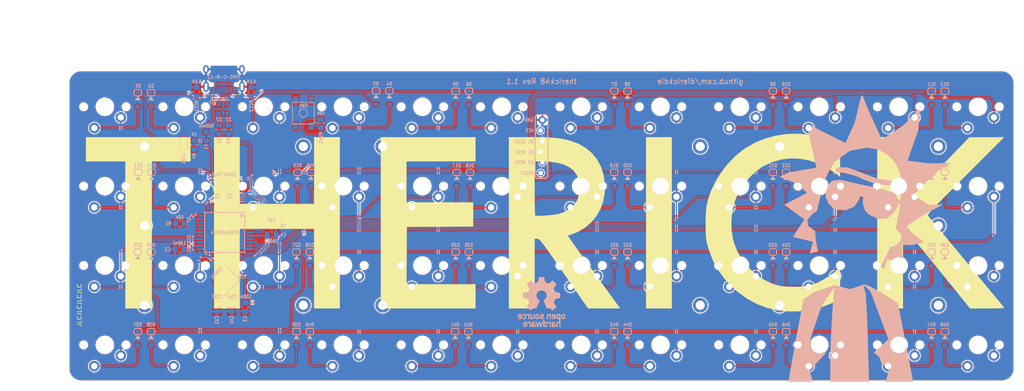
<source format=kicad_pcb>
(kicad_pcb (version 20171130) (host pcbnew "(5.1.2-1)-1")
  (layers (0 F.Cu signal) (31 B.Cu signal) (34 B.Paste user) (35 F.Paste user) (36 B.SilkS user) (37 F.SilkS user hide) (38 B.Mask user) (39 F.Mask user) (44 Edge.Cuts user))
  (net 0 "")
  (net 1 "Net-(D1-Pad2)")
  (net 2 "Net-(D2-Pad2)")
  (net 3 "Net-(D3-Pad2)")
  (net 4 "Net-(D4-Pad2)")
  (net 5 "Net-(D5-Pad2)")
  (net 6 "Net-(D6-Pad2)")
  (net 7 "Net-(D7-Pad2)")
  (net 8 "Net-(D8-Pad2)")
  (net 9 "Net-(D9-Pad2)")
  (net 10 "Net-(D10-Pad2)")
  (net 11 "Net-(D11-Pad2)")
  (net 12 "Net-(D12-Pad2)")
  (net 13 "Net-(D13-Pad2)")
  (net 14 "Net-(D14-Pad2)")
  (net 15 "Net-(D15-Pad2)")
  (net 16 "Net-(D16-Pad2)")
  (net 17 "Net-(D17-Pad2)")
  (net 18 "Net-(D18-Pad2)")
  (net 19 "Net-(D19-Pad2)")
  (net 20 "Net-(D20-Pad2)")
  (net 21 "Net-(D21-Pad2)")
  (net 22 "Net-(D22-Pad2)")
  (net 23 "Net-(D23-Pad2)")
  (net 24 "Net-(D24-Pad2)")
  (net 25 "Net-(D25-Pad2)")
  (net 26 "Net-(D26-Pad2)")
  (net 27 "Net-(D27-Pad2)")
  (net 28 "Net-(D28-Pad2)")
  (net 29 "Net-(D29-Pad2)")
  (net 30 "Net-(D30-Pad2)")
  (net 31 "Net-(D31-Pad2)")
  (net 32 "Net-(D32-Pad2)")
  (net 33 "Net-(D33-Pad2)")
  (net 34 "Net-(D34-Pad2)")
  (net 35 "Net-(D35-Pad2)")
  (net 36 "Net-(D36-Pad2)")
  (net 37 "Net-(D37-Pad2)")
  (net 38 "Net-(D38-Pad2)")
  (net 39 "Net-(D39-Pad2)")
  (net 40 "Net-(D40-Pad2)")
  (net 41 "Net-(D41-Pad2)")
  (net 42 "Net-(D42-Pad2)")
  (net 43 "Net-(D43-Pad2)")
  (net 44 "Net-(D44-Pad2)")
  (net 45 "Net-(D45-Pad2)")
  (net 46 "Net-(D46-Pad2)")
  (net 47 "Net-(D47-Pad2)")
  (net 48 "Net-(D48-Pad2)")
  (net 49 VCC)
  (net 50 "Net-(R3-Pad1)")
  (net 51 "Net-(C6-Pad1)")
  (net 52 XTAL1)
  (net 53 XTAL2)
  (net 54 row0)
  (net 55 row1)
  (net 56 row2)
  (net 57 row3)
  (net 58 D-)
  (net 59 D+)
  (net 60 col0)
  (net 61 col1)
  (net 62 col2)
  (net 63 col3)
  (net 64 col4)
  (net 65 col5)
  (net 66 col6)
  (net 67 col7)
  (net 68 col8)
  (net 69 col9)
  (net 70 col10)
  (net 71 col11)
  (net 72 "Net-(R1-Pad2)")
  (net 73 "Net-(R2-Pad1)")
  (net 74 VBUS)
  (net 75 D-BUS)
  (net 76 D+BUS)
  (net 77 "Net-(J1-PadB5)")
  (net 78 "Net-(J1-PadA5)")
  (net 79 ISP_Reset)
  (net 80 GND)
  (net 81 "Net-(LED1-Pad2)")
  (module Symbol:OSHW-Logo_11.4x12mm_SilkScreen (layer B.Cu) (at 160.02 91.186 180)
    (fp_text reference U5 hide)
    (fp_text value HOLE hide)
  )
  (module Artwork:THERICK (layer F.Cu) (at 159.98 72.96)
    (fp_text reference U4 hide)
    (fp_text value HOLE hide)
  )
  (module random-keyboard-parts:Generic-Mounthole (layer F.Cu) (at 197.98 53.96)
    (fp_text reference H14)
    (fp_text value MountingHole)
    (pad 1 thru_hole circle (at 0 0) (size 3.5 3.5) (drill 2.2) (layers *.Cu *.Mask))
  )
  (module random-keyboard-parts:Generic-Mounthole (layer F.Cu) (at 121.98 53.96)
    (fp_text reference H13)
    (fp_text value MountingHole)
    (pad 1 thru_hole circle (at 0 0) (size 3.5 3.5) (drill 2.2) (layers *.Cu *.Mask))
  )
  (module random-keyboard-parts:Generic-Mounthole (layer F.Cu) (at 197.98 91.96)
    (fp_text reference H12)
    (fp_text value MountingHole)
    (pad 1 thru_hole circle (at 0 0) (size 3.5 3.5) (drill 2.2) (layers *.Cu *.Mask))
  )
  (module random-keyboard-parts:Generic-Mounthole (layer F.Cu) (at 254.98 91.96)
    (fp_text reference H11)
    (fp_text value MountingHole)
    (pad 1 thru_hole circle (at 0 0) (size 3.5 3.5) (drill 2.2) (layers *.Cu *.Mask))
  )
  (module random-keyboard-parts:Generic-Mounthole (layer F.Cu) (at 121.98 91.96)
    (fp_text reference H10)
    (fp_text value MountingHole)
    (pad 1 thru_hole circle (at 0 0) (size 3.5 3.5) (drill 2.2) (layers *.Cu *.Mask))
  )
  (module random-keyboard-parts:Generic-Mounthole (layer F.Cu) (at 64.98 91.96)
    (fp_text reference H9)
    (fp_text value MountingHole)
    (pad 1 thru_hole circle (at 0 0) (size 3.5 3.5) (drill 2.2) (layers *.Cu *.Mask))
  )
  (module random-keyboard-parts:Generic-Mounthole (layer F.Cu) (at 254.98 53.96)
    (fp_text reference H8)
    (fp_text value MountingHole)
    (pad 1 thru_hole circle (at 0 0) (size 3.5 3.5) (drill 2.2) (layers *.Cu *.Mask))
  )
  (module random-keyboard-parts:Generic-Mounthole (layer F.Cu) (at 64.98 53.96)
    (fp_text reference H7)
    (fp_text value MountingHole)
    (pad 1 thru_hole circle (at 0 0) (size 3.5 3.5) (drill 2.2) (layers *.Cu *.Mask))
  )
  (module random-keyboard-parts:Generic-Mounthole (layer F.Cu) (at 254.98 72.96)
    (fp_text reference H6)
    (fp_text value MountingHole)
    (pad 1 thru_hole circle (at 0 0) (size 3.5 3.5) (drill 2.2) (layers *.Cu *.Mask))
  )
  (module random-keyboard-parts:Generic-Mounthole (layer F.Cu) (at 216.98 91.96)
    (fp_text reference H5)
    (fp_text value MountingHole)
    (pad 1 thru_hole circle (at 0 0) (size 3.5 3.5) (drill 2.2) (layers *.Cu *.Mask))
  )
  (module random-keyboard-parts:Generic-Mounthole (layer F.Cu) (at 216.98 53.96)
    (fp_text reference H4)
    (fp_text value MountingHole)
    (pad 1 thru_hole circle (at 0 0) (size 3.5 3.5) (drill 2.2) (layers *.Cu *.Mask))
  )
  (module random-keyboard-parts:Generic-Mounthole (layer F.Cu) (at 102.98 91.96)
    (fp_text reference H3)
    (fp_text value MountingHole)
    (pad 1 thru_hole circle (at 0 0) (size 3.5 3.5) (drill 2.2) (layers *.Cu *.Mask))
  )
  (module random-keyboard-parts:Generic-Mounthole (layer F.Cu) (at 102.98 53.96)
    (fp_text reference H2)
    (fp_text value MountingHole)
    (pad 1 thru_hole circle (at 0 0) (size 3.5 3.5) (drill 2.2) (layers *.Cu *.Mask))
  )
  (module random-keyboard-parts:Generic-Mounthole (layer F.Cu) (at 64.98 72.96)
    (fp_text reference H1)
    (fp_text value MountingHole)
    (pad 1 thru_hole circle (at 0 0) (size 3.5 3.5) (drill 2.2) (layers *.Cu *.Mask))
  )
  (module Keeb_footprints:PIN_HEADER_1x6_OFFSET (layer B.Cu) (at 159.98 53.96 180)
    (fp_text reference J2)
    (fp_text value AVR-ISP-6_mod hide)
    (fp_text user GND (at 1.7907 6.3627) (layer B.SilkS) (effects (font (size 0.8 0.7)) (justify left mirror)))
    (fp_text user VCC (at 1.7907 3.8227) (layer B.SilkS) (effects (font (size 0.8 0.7)) (justify left mirror)))
    (fp_text user RESET (at 1.778 -6.35) (layer B.SilkS) (effects (font (size 0.8 0.7)) (justify left mirror)))
    (fp_text user "B1 SCLK" (at 1.7907 1.1557) (layer B.SilkS) (effects (font (size 0.8 0.7)) (justify left mirror)))
    (fp_text user "B2 MOSI" (at 1.778 -3.81) (layer B.SilkS) (effects (font (size 0.8 0.7)) (justify left mirror)))
    (fp_text user "B3 MISO" (at 1.778 -1.397) (layer B.SilkS) (effects (font (size 0.8 0.7)) (justify left mirror)))
    (pad 6 thru_hole roundrect (at -0.2032 6.35 180) (size 1.6002 1.6002) (drill 1.0668) (layers *.Cu *.Mask) (net 80 GND))
    (pad 2 thru_hole circle (at 0.2032 3.81 180) (size 1.6002 1.6002) (drill 1.0668) (layers *.Cu *.Mask) (net 49 VCC))
    (pad 5 thru_hole circle (at -0.2032 1.27 180) (size 1.6002 1.6002) (drill 1.0668) (layers *.Cu *.Mask) (net 69 col9))
    (pad 3 thru_hole circle (at 0.2032 -1.27 180) (size 1.6002 1.6002) (drill 1.0668) (layers *.Cu *.Mask) (net 71 col11))
    (pad 4 thru_hole circle (at -0.2032 -3.81 180) (size 1.6002 1.6002) (drill 1.0668) (layers *.Cu *.Mask) (net 70 col10))
    (pad 1 thru_hole circle (at 0.2032 -6.35 180) (size 1.6002 1.6002) (drill 1.0668) (layers *.Cu *.Mask) (net 79 ISP_Reset))
  )
  (module Capacitor_SMD:C_0805_2012Metric_Pad1.15x1.40mm_HandSolder (layer B.Cu) (at 85.3505 63.194 90)
    (fp_text reference C1 (at -2.719 -0.0254 90) (layer B.SilkS) (effects (font (size 0.8 0.7)) (justify mirror)))
    (fp_text value 100nF)
    (fp_text user %V (at 2.488 0.057 180) (layer B.SilkS) (effects (font (size 0.8 0.7)) (justify mirror)))
    (pad 2 smd roundrect (at 1.025 0 90) (size 1.15 1.4) (layers B.Cu B.Paste B.Mask) (roundrect_rratio 0.217391) (net 80 GND))
    (pad 1 smd roundrect (at -1.025 0 90) (size 1.15 1.4) (layers B.Cu B.Paste B.Mask) (roundrect_rratio 0.217391) (net 49 VCC))
  )
  (module random-keyboard-parts:SKQG-1155865 (layer B.Cu) (at 102.98 45.98 90)
    (fp_text reference SW1 (at 1.784 -0.000271) (layer B.SilkS) (effects (font (size 0.8 0.7)) (justify mirror)))
    (fp_text value SW_PUSH)
    (pad 4 smd rect (at -3.1 -1.85 90) (size 1.8 1.1) (layers B.Cu B.Paste B.Mask))
    (pad 3 smd rect (at 3.1 1.85 90) (size 1.8 1.1) (layers B.Cu B.Paste B.Mask))
    (pad 2 smd rect (at -3.1 1.85 90) (size 1.8 1.1) (layers B.Cu B.Paste B.Mask) (net 79 ISP_Reset))
    (pad 1 smd rect (at 3.1 -1.85 90) (size 1.8 1.1) (layers B.Cu B.Paste B.Mask) (net 80 GND))
  )
  (module Capacitor_SMD:C_0805_2012Metric_Pad1.15x1.40mm_HandSolder (layer B.Cu) (at 95.377 75.13)
    (fp_text reference C4 (at 2.8 0) (layer B.SilkS) (effects (font (size 0.8 0.7)) (justify mirror)))
    (fp_text value 100nF)
    (fp_text user %V (at 0 1.524) (layer B.SilkS) (effects (font (size 0.8 0.7)) (justify mirror)))
    (pad 2 smd roundrect (at 1.025 0) (size 1.15 1.4) (layers B.Cu B.Paste B.Mask) (roundrect_rratio 0.217391) (net 80 GND))
    (pad 1 smd roundrect (at -1.025 0) (size 1.15 1.4) (layers B.Cu B.Paste B.Mask) (roundrect_rratio 0.217391) (net 49 VCC))
  )
  (module Capacitor_SMD:C_0805_2012Metric_Pad1.15x1.40mm_HandSolder (layer B.Cu) (at 95.377 73.025)
    (fp_text reference C6 (at 2.8 -0.075) (layer B.SilkS) (effects (font (size 0.8 0.7)) (justify mirror)))
    (fp_text value 1uF)
    (fp_text user %V (at 0 -1.524) (layer B.SilkS) (effects (font (size 0.8 0.7)) (justify mirror)))
    (pad 2 smd roundrect (at 1.025 0) (size 1.15 1.4) (layers B.Cu B.Paste B.Mask) (roundrect_rratio 0.217391) (net 80 GND))
    (pad 1 smd roundrect (at -1.025 0) (size 1.15 1.4) (layers B.Cu B.Paste B.Mask) (roundrect_rratio 0.217391) (net 51 "Net-(C6-Pad1)"))
  )
  (module Capacitor_SMD:C_0805_2012Metric_Pad1.15x1.40mm_HandSolder (layer B.Cu) (at 89.019 92.425 270)
    (fp_text reference C3 (at 2.8 -0.008 270) (layer B.SilkS) (effects (font (size 0.8 0.7)) (justify mirror)))
    (fp_text value 100nF)
    (fp_text user %V (at -2.54 0 180) (layer B.SilkS) (effects (font (size 0.8 0.7)) (justify mirror)))
    (pad 2 smd roundrect (at 1.025 0 270) (size 1.15 1.4) (layers B.Cu B.Paste B.Mask) (roundrect_rratio 0.217391) (net 80 GND))
    (pad 1 smd roundrect (at -1.025 0 270) (size 1.15 1.4) (layers B.Cu B.Paste B.Mask) (roundrect_rratio 0.217391) (net 49 VCC))
  )
  (module Capacitor_SMD:C_0805_2012Metric_Pad1.15x1.40mm_HandSolder (layer B.Cu) (at 85.852 92.425 270)
    (fp_text reference CX1 (at 3.079 0 270) (layer B.SilkS) (effects (font (size 0.8 0.7)) (justify mirror)))
    (fp_text value 22pF)
    (fp_text user %V (at -2.54 0 180) (layer B.SilkS) (effects (font (size 0.8 0.7)) (justify mirror)))
    (pad 2 smd roundrect (at 1.025 0 270) (size 1.15 1.4) (layers B.Cu B.Paste B.Mask) (roundrect_rratio 0.217391) (net 80 GND))
    (pad 1 smd roundrect (at -1.025 0 270) (size 1.15 1.4) (layers B.Cu B.Paste B.Mask) (roundrect_rratio 0.217391) (net 52 XTAL1))
  )
  (module Capacitor_SMD:C_0805_2012Metric_Pad1.15x1.40mm_HandSolder (layer B.Cu) (at 82.296 92.425 270)
    (fp_text reference CX2 (at 3.079 0 270) (layer B.SilkS) (effects (font (size 0.8 0.7)) (justify mirror)))
    (fp_text value 22pF)
    (fp_text user %V (at -2.54 0 180) (layer B.SilkS) (effects (font (size 0.8 0.7)) (justify mirror)))
    (pad 2 smd roundrect (at 1.025 0 270) (size 1.15 1.4) (layers B.Cu B.Paste B.Mask) (roundrect_rratio 0.217391) (net 80 GND))
    (pad 1 smd roundrect (at -1.025 0 270) (size 1.15 1.4) (layers B.Cu B.Paste B.Mask) (roundrect_rratio 0.217391) (net 53 XTAL2))
  )
  (module Crystal:Crystal_SMD_3225-4Pin_3.2x2.5mm_HandSoldering (layer B.Cu) (at 84.3375 86.225 225)
    (fp_text reference Y1 (at -3.937 -2.413) (layer B.SilkS) (effects (font (size 0.8 0.7)) (justify mirror)))
    (fp_text value 16MHz)
    (fp_text user %V (at 0 2.921 45) (layer B.SilkS) (effects (font (size 0.8 0.7)) (justify mirror)))
    (pad 4 smd rect (at -1.45 1.15 225) (size 2.1 1.8) (layers B.Cu B.Paste B.Mask) (net 80 GND))
    (pad 3 smd rect (at 1.45 1.15 225) (size 2.1 1.8) (layers B.Cu B.Paste B.Mask) (net 53 XTAL2))
    (pad 2 smd rect (at 1.45 -1.15 225) (size 2.1 1.8) (layers B.Cu B.Paste B.Mask) (net 80 GND))
    (pad 1 smd rect (at -1.45 -1.15 225) (size 2.1 1.8) (layers B.Cu B.Paste B.Mask) (net 52 XTAL1))
  )
  (module Capacitor_SMD:C_0805_2012Metric_Pad1.15x1.40mm_HandSolder (layer B.Cu) (at 82.427 63.194 90)
    (fp_text reference C5 (at -2.719 0 270) (layer B.SilkS) (effects (font (size 0.8 0.7)) (justify mirror)))
    (fp_text value 10uF)
    (fp_text user %V (at 2.488 -0.131 180) (layer B.SilkS) (effects (font (size 0.8 0.7)) (justify mirror)))
    (pad 1 smd roundrect (at -1.025 0 90) (size 1.15 1.4) (layers B.Cu B.Paste B.Mask) (roundrect_rratio 0.217391) (net 49 VCC))
    (pad 2 smd roundrect (at 1.025 0 90) (size 1.15 1.4) (layers B.Cu B.Paste B.Mask) (roundrect_rratio 0.217391) (net 80 GND))
  )
  (module Resistor_SMD:R_0805_2012Metric_Pad1.15x1.40mm_HandSolder (layer B.Cu) (at 73.4375 72.39)
    (fp_text reference R1 (at -2.8 0) (layer B.SilkS) (effects (font (size 0.8 0.7)) (justify mirror)))
    (fp_text value 10k)
    (fp_text user %V (at 0 -1.524) (layer B.SilkS) (effects (font (size 0.8 0.7)) (justify mirror)))
    (pad 2 smd roundrect (at 1.025 0) (size 1.15 1.4) (layers B.Cu B.Paste B.Mask) (roundrect_rratio 0.217391) (net 72 "Net-(R1-Pad2)"))
    (pad 1 smd roundrect (at -1.025 0) (size 1.15 1.4) (layers B.Cu B.Paste B.Mask) (roundrect_rratio 0.217391) (net 80 GND))
  )
  (module Resistor_SMD:R_0805_2012Metric_Pad1.15x1.40mm_HandSolder (layer B.Cu) (at 107.188 48.41875 90)
    (fp_text reference RSW1 (at -3.429 0 90) (layer B.SilkS) (effects (font (size 0.8 0.7)) (justify mirror)))
    (fp_text value 10k)
    (fp_text user %V (at 2.413 0 180) (layer B.SilkS) (effects (font (size 0.8 0.7)) (justify mirror)))
    (pad 2 smd roundrect (at 1.025 0 90) (size 1.15 1.4) (layers B.Cu B.Paste B.Mask) (roundrect_rratio 0.217391) (net 49 VCC))
    (pad 1 smd roundrect (at -1.025 0 90) (size 1.15 1.4) (layers B.Cu B.Paste B.Mask) (roundrect_rratio 0.217391) (net 79 ISP_Reset))
  )
  (module Fuse:Fuse_0805_2012Metric_Pad1.15x1.40mm_HandSolder (layer B.Cu) (at 79.756 51.562 90)
    (fp_text reference F1 (at -2.54 0 90) (layer B.SilkS) (effects (font (size 0.8 0.7)) (justify mirror)))
    (fp_text value 500mA)
    (fp_text user %V (at 2.54 0 180) (layer B.SilkS) (effects (font (size 0.8 0.7)) (justify mirror)))
    (pad 2 smd roundrect (at 1.025 0 90) (size 1.15 1.4) (layers B.Cu B.Paste B.Mask) (roundrect_rratio 0.217391) (net 74 VBUS))
    (pad 1 smd roundrect (at -1.025 0 90) (size 1.15 1.4) (layers B.Cu B.Paste B.Mask) (roundrect_rratio 0.217391) (net 49 VCC))
  )
  (module Resistor_SMD:R_0805_2012Metric_Pad1.15x1.40mm_HandSolder (layer B.Cu) (at 85.09 49.943 90)
    (fp_text reference R3 (at -2.635 -0.0205 270) (layer B.SilkS) (effects (font (size 0.8 0.7)) (justify mirror)))
    (fp_text value 22)
    (fp_text user %V (at 2.413 0 180) (layer B.SilkS) (effects (font (size 0.8 0.7)) (justify mirror)))
    (pad 2 smd roundrect (at 1.025 0 90) (size 1.15 1.4) (layers B.Cu B.Paste B.Mask) (roundrect_rratio 0.217391) (net 59 D+))
    (pad 1 smd roundrect (at -1.025 0 90) (size 1.15 1.4) (layers B.Cu B.Paste B.Mask) (roundrect_rratio 0.217391) (net 50 "Net-(R3-Pad1)"))
  )
  (module Resistor_SMD:R_0805_2012Metric_Pad1.15x1.40mm_HandSolder (layer B.Cu) (at 82.847 49.943 90)
    (fp_text reference R2 (at -2.635 0 270) (layer B.SilkS) (effects (font (size 0.8 0.7)) (justify mirror)))
    (fp_text value 22)
    (fp_text user %V (at 2.413 0 180) (layer B.SilkS) (effects (font (size 0.8 0.7)) (justify mirror)))
    (pad 2 smd roundrect (at 1.025 0 90) (size 1.15 1.4) (layers B.Cu B.Paste B.Mask) (roundrect_rratio 0.217391) (net 58 D-))
    (pad 1 smd roundrect (at -1.025 0 90) (size 1.15 1.4) (layers B.Cu B.Paste B.Mask) (roundrect_rratio 0.217391) (net 73 "Net-(R2-Pad1)"))
  )
  (module Resistor_SMD:R_0805_2012Metric_Pad1.15x1.40mm_HandSolder (layer B.Cu) (at 90.536 40.852 270)
    (fp_text reference RCC2 (at 3.429 0 270) (layer B.SilkS) (effects (font (size 0.8 0.7)) (justify mirror)))
    (fp_text value 5.1K)
    (fp_text user %V (at -2.413 0 180) (layer B.SilkS) (effects (font (size 0.8 0.7)) (justify mirror)))
    (pad 2 smd roundrect (at 1.025 0 270) (size 1.15 1.4) (layers B.Cu B.Paste B.Mask) (roundrect_rratio 0.217391) (net 77 "Net-(J1-PadB5)"))
    (pad 1 smd roundrect (at -1.025 0 270) (size 1.15 1.4) (layers B.Cu B.Paste B.Mask) (roundrect_rratio 0.217391) (net 80 GND))
  )
  (module Resistor_SMD:R_0805_2012Metric_Pad1.15x1.40mm_HandSolder (layer B.Cu) (at 77.455 40.852 270)
    (fp_text reference RCC1 (at 3.429 0 270) (layer B.SilkS) (effects (font (size 0.8 0.7)) (justify mirror)))
    (fp_text value 5.1K)
    (fp_text user %V (at -2.413 0 180) (layer B.SilkS) (effects (font (size 0.8 0.7)) (justify mirror)))
    (pad 2 smd roundrect (at 1.025 0 270) (size 1.15 1.4) (layers B.Cu B.Paste B.Mask) (roundrect_rratio 0.217391) (net 78 "Net-(J1-PadA5)"))
    (pad 1 smd roundrect (at -1.025 0 270) (size 1.15 1.4) (layers B.Cu B.Paste B.Mask) (roundrect_rratio 0.217391) (net 80 GND))
  )
  (module Capacitor_SMD:C_0805_2012Metric_Pad1.15x1.40mm_HandSolder (layer B.Cu) (at 73.279 78.613 180)
    (fp_text reference C2 (at 2.794 -0.004 180) (layer B.SilkS) (effects (font (size 0.8 0.7)) (justify mirror)))
    (fp_text value 100nF)
    (fp_text user %V (at 0 1.524 180) (layer B.SilkS) (effects (font (size 0.8 0.7)) (justify mirror)))
    (pad 2 smd roundrect (at 1.025 0 180) (size 1.15 1.4) (layers B.Cu B.Paste B.Mask) (roundrect_rratio 0.217391) (net 80 GND))
    (pad 1 smd roundrect (at -1.025 0 180) (size 1.15 1.4) (layers B.Cu B.Paste B.Mask) (roundrect_rratio 0.217391) (net 49 VCC))
  )
  (module Keeb_footprints:D_SOD-123_modified (layer B.Cu) (at 142.875 61.801375 270)
    (fp_text reference D18 (at -3.302 0 180) (layer B.SilkS) (effects (font (size 0.8 0.7)) (justify mirror)))
    (fp_text value D)
    (pad 2 smd roundrect (at 1.65 0 270) (size 1 1.2) (layers B.Cu B.Paste B.Mask) (net 18 "Net-(D18-Pad2)"))
    (pad 1 smd roundrect (at -1.65 0 270) (size 1 1.2) (layers B.Cu B.Paste B.Mask) (net 55 row1))
  )
  (module Keeb_footprints:MX100 (layer F.Cu) (at 264.5054 101.4473)
    (fp_text reference K48)
    (fp_text value KEYSW)
    (pad 1 thru_hole circle (at 3.7846 2.5527 270) (size 2.54 2.54) (drill 1.525) (layers *.Cu *.Mask) (net 71 col11))
    (pad 2 thru_hole circle (at -2.5654 5.0927) (size 2.54 2.54) (drill 1.525) (layers *.Cu *.Mask) (net 48 "Net-(D48-Pad2)"))
    (pad "" np_thru_hole circle (at -5.1054 0.0127) (size 1.7018 1.7018) (drill 1.7018) (layers *.Cu *.Mask))
    (pad "" np_thru_hole circle (at 5.0546 0.0127) (size 1.7018 1.7018) (drill 1.7018) (layers *.Cu *.Mask))
    (pad "" np_thru_hole circle (at -0.0254 0.0127) (size 3.9878 3.9878) (drill 3.9878) (layers *.Cu *.Mask))
  )
  (module Keeb_footprints:MX100 (layer F.Cu) (at 245.5054 101.4473)
    (fp_text reference K47)
    (fp_text value KEYSW)
    (pad 1 thru_hole circle (at 3.7846 2.5527 270) (size 2.54 2.54) (drill 1.525) (layers *.Cu *.Mask) (net 70 col10))
    (pad 2 thru_hole circle (at -2.5654 5.0927) (size 2.54 2.54) (drill 1.525) (layers *.Cu *.Mask) (net 47 "Net-(D47-Pad2)"))
    (pad "" np_thru_hole circle (at -5.1054 0.0127) (size 1.7018 1.7018) (drill 1.7018) (layers *.Cu *.Mask))
    (pad "" np_thru_hole circle (at 5.0546 0.0127) (size 1.7018 1.7018) (drill 1.7018) (layers *.Cu *.Mask))
    (pad "" np_thru_hole circle (at -0.0254 0.0127) (size 3.9878 3.9878) (drill 3.9878) (layers *.Cu *.Mask))
  )
  (module Keeb_footprints:MX100 (layer F.Cu) (at 226.5054 101.4473)
    (fp_text reference K46)
    (fp_text value KEYSW)
    (pad 1 thru_hole circle (at 3.7846 2.5527 270) (size 2.54 2.54) (drill 1.525) (layers *.Cu *.Mask) (net 69 col9))
    (pad 2 thru_hole circle (at -2.5654 5.0927) (size 2.54 2.54) (drill 1.525) (layers *.Cu *.Mask) (net 46 "Net-(D46-Pad2)"))
    (pad "" np_thru_hole circle (at -5.1054 0.0127) (size 1.7018 1.7018) (drill 1.7018) (layers *.Cu *.Mask))
    (pad "" np_thru_hole circle (at 5.0546 0.0127) (size 1.7018 1.7018) (drill 1.7018) (layers *.Cu *.Mask))
    (pad "" np_thru_hole circle (at -0.0254 0.0127) (size 3.9878 3.9878) (drill 3.9878) (layers *.Cu *.Mask))
  )
  (module Keeb_footprints:MX100 (layer F.Cu) (at 207.5054 101.4473)
    (fp_text reference K45)
    (fp_text value KEYSW)
    (pad 1 thru_hole circle (at 3.7846 2.5527 270) (size 2.54 2.54) (drill 1.525) (layers *.Cu *.Mask) (net 68 col8))
    (pad 2 thru_hole circle (at -2.5654 5.0927) (size 2.54 2.54) (drill 1.525) (layers *.Cu *.Mask) (net 45 "Net-(D45-Pad2)"))
    (pad "" np_thru_hole circle (at -5.1054 0.0127) (size 1.7018 1.7018) (drill 1.7018) (layers *.Cu *.Mask))
    (pad "" np_thru_hole circle (at 5.0546 0.0127) (size 1.7018 1.7018) (drill 1.7018) (layers *.Cu *.Mask))
    (pad "" np_thru_hole circle (at -0.0254 0.0127) (size 3.9878 3.9878) (drill 3.9878) (layers *.Cu *.Mask))
  )
  (module Keeb_footprints:MX100 (layer F.Cu) (at 188.5054 101.4473)
    (fp_text reference K44)
    (fp_text value KEYSW)
    (pad 1 thru_hole circle (at 3.7846 2.5527 270) (size 2.54 2.54) (drill 1.525) (layers *.Cu *.Mask) (net 67 col7))
    (pad 2 thru_hole circle (at -2.5654 5.0927) (size 2.54 2.54) (drill 1.525) (layers *.Cu *.Mask) (net 44 "Net-(D44-Pad2)"))
    (pad "" np_thru_hole circle (at -5.1054 0.0127) (size 1.7018 1.7018) (drill 1.7018) (layers *.Cu *.Mask))
    (pad "" np_thru_hole circle (at 5.0546 0.0127) (size 1.7018 1.7018) (drill 1.7018) (layers *.Cu *.Mask))
    (pad "" np_thru_hole circle (at -0.0254 0.0127) (size 3.9878 3.9878) (drill 3.9878) (layers *.Cu *.Mask))
  )
  (module Keeb_footprints:MX100 (layer F.Cu) (at 169.5054 101.4473)
    (fp_text reference K43)
    (fp_text value KEYSW)
    (pad 1 thru_hole circle (at 3.7846 2.5527 270) (size 2.54 2.54) (drill 1.525) (layers *.Cu *.Mask) (net 66 col6))
    (pad 2 thru_hole circle (at -2.5654 5.0927) (size 2.54 2.54) (drill 1.525) (layers *.Cu *.Mask) (net 43 "Net-(D43-Pad2)"))
    (pad "" np_thru_hole circle (at -5.1054 0.0127) (size 1.7018 1.7018) (drill 1.7018) (layers *.Cu *.Mask))
    (pad "" np_thru_hole circle (at 5.0546 0.0127) (size 1.7018 1.7018) (drill 1.7018) (layers *.Cu *.Mask))
    (pad "" np_thru_hole circle (at -0.0254 0.0127) (size 3.9878 3.9878) (drill 3.9878) (layers *.Cu *.Mask))
  )
  (module Keeb_footprints:MX100 (layer F.Cu) (at 150.5054 101.4473)
    (fp_text reference K42)
    (fp_text value KEYSW)
    (pad 1 thru_hole circle (at 3.7846 2.5527 270) (size 2.54 2.54) (drill 1.525) (layers *.Cu *.Mask) (net 65 col5))
    (pad 2 thru_hole circle (at -2.5654 5.0927) (size 2.54 2.54) (drill 1.525) (layers *.Cu *.Mask) (net 42 "Net-(D42-Pad2)"))
    (pad "" np_thru_hole circle (at -5.1054 0.0127) (size 1.7018 1.7018) (drill 1.7018) (layers *.Cu *.Mask))
    (pad "" np_thru_hole circle (at 5.0546 0.0127) (size 1.7018 1.7018) (drill 1.7018) (layers *.Cu *.Mask))
    (pad "" np_thru_hole circle (at -0.0254 0.0127) (size 3.9878 3.9878) (drill 3.9878) (layers *.Cu *.Mask))
  )
  (module Keeb_footprints:MX100 (layer F.Cu) (at 131.5054 101.4473)
    (fp_text reference K41)
    (fp_text value KEYSW)
    (pad 1 thru_hole circle (at 3.7846 2.5527 270) (size 2.54 2.54) (drill 1.525) (layers *.Cu *.Mask) (net 64 col4))
    (pad 2 thru_hole circle (at -2.5654 5.0927) (size 2.54 2.54) (drill 1.525) (layers *.Cu *.Mask) (net 41 "Net-(D41-Pad2)"))
    (pad "" np_thru_hole circle (at -5.1054 0.0127) (size 1.7018 1.7018) (drill 1.7018) (layers *.Cu *.Mask))
    (pad "" np_thru_hole circle (at 5.0546 0.0127) (size 1.7018 1.7018) (drill 1.7018) (layers *.Cu *.Mask))
    (pad "" np_thru_hole circle (at -0.0254 0.0127) (size 3.9878 3.9878) (drill 3.9878) (layers *.Cu *.Mask))
  )
  (module Keeb_footprints:MX100 (layer F.Cu) (at 112.5054 101.4473)
    (fp_text reference K40)
    (fp_text value KEYSW)
    (pad 1 thru_hole circle (at 3.7846 2.5527 270) (size 2.54 2.54) (drill 1.525) (layers *.Cu *.Mask) (net 63 col3))
    (pad 2 thru_hole circle (at -2.5654 5.0927) (size 2.54 2.54) (drill 1.525) (layers *.Cu *.Mask) (net 40 "Net-(D40-Pad2)"))
    (pad "" np_thru_hole circle (at -5.1054 0.0127) (size 1.7018 1.7018) (drill 1.7018) (layers *.Cu *.Mask))
    (pad "" np_thru_hole circle (at 5.0546 0.0127) (size 1.7018 1.7018) (drill 1.7018) (layers *.Cu *.Mask))
    (pad "" np_thru_hole circle (at -0.0254 0.0127) (size 3.9878 3.9878) (drill 3.9878) (layers *.Cu *.Mask))
  )
  (module Keeb_footprints:MX100 (layer F.Cu) (at 93.5054 101.4473)
    (fp_text reference K39)
    (fp_text value KEYSW)
    (pad 1 thru_hole circle (at 3.7846 2.5527 270) (size 2.54 2.54) (drill 1.525) (layers *.Cu *.Mask) (net 62 col2))
    (pad 2 thru_hole circle (at -2.5654 5.0927) (size 2.54 2.54) (drill 1.525) (layers *.Cu *.Mask) (net 39 "Net-(D39-Pad2)"))
    (pad "" np_thru_hole circle (at -5.1054 0.0127) (size 1.7018 1.7018) (drill 1.7018) (layers *.Cu *.Mask))
    (pad "" np_thru_hole circle (at 5.0546 0.0127) (size 1.7018 1.7018) (drill 1.7018) (layers *.Cu *.Mask))
    (pad "" np_thru_hole circle (at -0.0254 0.0127) (size 3.9878 3.9878) (drill 3.9878) (layers *.Cu *.Mask))
  )
  (module Keeb_footprints:MX100 (layer F.Cu) (at 74.5054 101.4473)
    (fp_text reference K38)
    (fp_text value KEYSW)
    (pad 1 thru_hole circle (at 3.7846 2.5527 270) (size 2.54 2.54) (drill 1.525) (layers *.Cu *.Mask) (net 61 col1))
    (pad 2 thru_hole circle (at -2.5654 5.0927) (size 2.54 2.54) (drill 1.525) (layers *.Cu *.Mask) (net 38 "Net-(D38-Pad2)"))
    (pad "" np_thru_hole circle (at -5.1054 0.0127) (size 1.7018 1.7018) (drill 1.7018) (layers *.Cu *.Mask))
    (pad "" np_thru_hole circle (at 5.0546 0.0127) (size 1.7018 1.7018) (drill 1.7018) (layers *.Cu *.Mask))
    (pad "" np_thru_hole circle (at -0.0254 0.0127) (size 3.9878 3.9878) (drill 3.9878) (layers *.Cu *.Mask))
  )
  (module Keeb_footprints:MX100 (layer F.Cu) (at 55.5054 101.4473)
    (fp_text reference K37)
    (fp_text value KEYSW)
    (pad 1 thru_hole circle (at 3.7846 2.5527 270) (size 2.54 2.54) (drill 1.525) (layers *.Cu *.Mask) (net 60 col0))
    (pad 2 thru_hole circle (at -2.5654 5.0927) (size 2.54 2.54) (drill 1.525) (layers *.Cu *.Mask) (net 37 "Net-(D37-Pad2)"))
    (pad "" np_thru_hole circle (at -5.1054 0.0127) (size 1.7018 1.7018) (drill 1.7018) (layers *.Cu *.Mask))
    (pad "" np_thru_hole circle (at 5.0546 0.0127) (size 1.7018 1.7018) (drill 1.7018) (layers *.Cu *.Mask))
    (pad "" np_thru_hole circle (at -0.0254 0.0127) (size 3.9878 3.9878) (drill 3.9878) (layers *.Cu *.Mask))
  )
  (module Keeb_footprints:MX100 (layer F.Cu) (at 264.5054 82.4473)
    (fp_text reference K36)
    (fp_text value KEYSW)
    (pad 1 thru_hole circle (at 3.7846 2.5527 270) (size 2.54 2.54) (drill 1.525) (layers *.Cu *.Mask) (net 71 col11))
    (pad 2 thru_hole circle (at -2.5654 5.0927) (size 2.54 2.54) (drill 1.525) (layers *.Cu *.Mask) (net 36 "Net-(D36-Pad2)"))
    (pad "" np_thru_hole circle (at -5.1054 0.0127) (size 1.7018 1.7018) (drill 1.7018) (layers *.Cu *.Mask))
    (pad "" np_thru_hole circle (at 5.0546 0.0127) (size 1.7018 1.7018) (drill 1.7018) (layers *.Cu *.Mask))
    (pad "" np_thru_hole circle (at -0.0254 0.0127) (size 3.9878 3.9878) (drill 3.9878) (layers *.Cu *.Mask))
  )
  (module Keeb_footprints:MX100 (layer F.Cu) (at 245.5054 82.4473)
    (fp_text reference K35)
    (fp_text value KEYSW)
    (pad 1 thru_hole circle (at 3.7846 2.5527 270) (size 2.54 2.54) (drill 1.525) (layers *.Cu *.Mask) (net 70 col10))
    (pad 2 thru_hole circle (at -2.5654 5.0927) (size 2.54 2.54) (drill 1.525) (layers *.Cu *.Mask) (net 35 "Net-(D35-Pad2)"))
    (pad "" np_thru_hole circle (at -5.1054 0.0127) (size 1.7018 1.7018) (drill 1.7018) (layers *.Cu *.Mask))
    (pad "" np_thru_hole circle (at 5.0546 0.0127) (size 1.7018 1.7018) (drill 1.7018) (layers *.Cu *.Mask))
    (pad "" np_thru_hole circle (at -0.0254 0.0127) (size 3.9878 3.9878) (drill 3.9878) (layers *.Cu *.Mask))
  )
  (module Keeb_footprints:MX100 (layer F.Cu) (at 226.5054 82.4473)
    (fp_text reference K34)
    (fp_text value KEYSW)
    (pad 1 thru_hole circle (at 3.7846 2.5527 270) (size 2.54 2.54) (drill 1.525) (layers *.Cu *.Mask) (net 69 col9))
    (pad 2 thru_hole circle (at -2.5654 5.0927) (size 2.54 2.54) (drill 1.525) (layers *.Cu *.Mask) (net 34 "Net-(D34-Pad2)"))
    (pad "" np_thru_hole circle (at -5.1054 0.0127) (size 1.7018 1.7018) (drill 1.7018) (layers *.Cu *.Mask))
    (pad "" np_thru_hole circle (at 5.0546 0.0127) (size 1.7018 1.7018) (drill 1.7018) (layers *.Cu *.Mask))
    (pad "" np_thru_hole circle (at -0.0254 0.0127) (size 3.9878 3.9878) (drill 3.9878) (layers *.Cu *.Mask))
  )
  (module Keeb_footprints:MX100 (layer F.Cu) (at 207.5054 82.4473)
    (fp_text reference K33)
    (fp_text value KEYSW)
    (pad 1 thru_hole circle (at 3.7846 2.5527 270) (size 2.54 2.54) (drill 1.525) (layers *.Cu *.Mask) (net 68 col8))
    (pad 2 thru_hole circle (at -2.5654 5.0927) (size 2.54 2.54) (drill 1.525) (layers *.Cu *.Mask) (net 33 "Net-(D33-Pad2)"))
    (pad "" np_thru_hole circle (at -5.1054 0.0127) (size 1.7018 1.7018) (drill 1.7018) (layers *.Cu *.Mask))
    (pad "" np_thru_hole circle (at 5.0546 0.0127) (size 1.7018 1.7018) (drill 1.7018) (layers *.Cu *.Mask))
    (pad "" np_thru_hole circle (at -0.0254 0.0127) (size 3.9878 3.9878) (drill 3.9878) (layers *.Cu *.Mask))
  )
  (module Keeb_footprints:MX100 (layer F.Cu) (at 188.5054 82.4473)
    (fp_text reference K32)
    (fp_text value KEYSW)
    (pad 1 thru_hole circle (at 3.7846 2.5527 270) (size 2.54 2.54) (drill 1.525) (layers *.Cu *.Mask) (net 67 col7))
    (pad 2 thru_hole circle (at -2.5654 5.0927) (size 2.54 2.54) (drill 1.525) (layers *.Cu *.Mask) (net 32 "Net-(D32-Pad2)"))
    (pad "" np_thru_hole circle (at -5.1054 0.0127) (size 1.7018 1.7018) (drill 1.7018) (layers *.Cu *.Mask))
    (pad "" np_thru_hole circle (at 5.0546 0.0127) (size 1.7018 1.7018) (drill 1.7018) (layers *.Cu *.Mask))
    (pad "" np_thru_hole circle (at -0.0254 0.0127) (size 3.9878 3.9878) (drill 3.9878) (layers *.Cu *.Mask))
  )
  (module Keeb_footprints:MX100 (layer F.Cu) (at 169.5054 82.4473)
    (fp_text reference K31)
    (fp_text value KEYSW)
    (pad 1 thru_hole circle (at 3.7846 2.5527 270) (size 2.54 2.54) (drill 1.525) (layers *.Cu *.Mask) (net 66 col6))
    (pad 2 thru_hole circle (at -2.5654 5.0927) (size 2.54 2.54) (drill 1.525) (layers *.Cu *.Mask) (net 31 "Net-(D31-Pad2)"))
    (pad "" np_thru_hole circle (at -5.1054 0.0127) (size 1.7018 1.7018) (drill 1.7018) (layers *.Cu *.Mask))
    (pad "" np_thru_hole circle (at 5.0546 0.0127) (size 1.7018 1.7018) (drill 1.7018) (layers *.Cu *.Mask))
    (pad "" np_thru_hole circle (at -0.0254 0.0127) (size 3.9878 3.9878) (drill 3.9878) (layers *.Cu *.Mask))
  )
  (module Keeb_footprints:MX100 (layer F.Cu) (at 150.5054 82.4473)
    (fp_text reference K30)
    (fp_text value KEYSW)
    (pad 1 thru_hole circle (at 3.7846 2.5527 270) (size 2.54 2.54) (drill 1.525) (layers *.Cu *.Mask) (net 65 col5))
    (pad 2 thru_hole circle (at -2.5654 5.0927) (size 2.54 2.54) (drill 1.525) (layers *.Cu *.Mask) (net 30 "Net-(D30-Pad2)"))
    (pad "" np_thru_hole circle (at -5.1054 0.0127) (size 1.7018 1.7018) (drill 1.7018) (layers *.Cu *.Mask))
    (pad "" np_thru_hole circle (at 5.0546 0.0127) (size 1.7018 1.7018) (drill 1.7018) (layers *.Cu *.Mask))
    (pad "" np_thru_hole circle (at -0.0254 0.0127) (size 3.9878 3.9878) (drill 3.9878) (layers *.Cu *.Mask))
  )
  (module Keeb_footprints:MX100 (layer F.Cu) (at 131.5054 82.4473)
    (fp_text reference K29)
    (fp_text value KEYSW)
    (pad 1 thru_hole circle (at 3.7846 2.5527 270) (size 2.54 2.54) (drill 1.525) (layers *.Cu *.Mask) (net 64 col4))
    (pad 2 thru_hole circle (at -2.5654 5.0927) (size 2.54 2.54) (drill 1.525) (layers *.Cu *.Mask) (net 29 "Net-(D29-Pad2)"))
    (pad "" np_thru_hole circle (at -5.1054 0.0127) (size 1.7018 1.7018) (drill 1.7018) (layers *.Cu *.Mask))
    (pad "" np_thru_hole circle (at 5.0546 0.0127) (size 1.7018 1.7018) (drill 1.7018) (layers *.Cu *.Mask))
    (pad "" np_thru_hole circle (at -0.0254 0.0127) (size 3.9878 3.9878) (drill 3.9878) (layers *.Cu *.Mask))
  )
  (module Keeb_footprints:MX100 (layer F.Cu) (at 112.5054 82.4473)
    (fp_text reference K28)
    (fp_text value KEYSW)
    (pad 1 thru_hole circle (at 3.7846 2.5527 270) (size 2.54 2.54) (drill 1.525) (layers *.Cu *.Mask) (net 63 col3))
    (pad 2 thru_hole circle (at -2.5654 5.0927) (size 2.54 2.54) (drill 1.525) (layers *.Cu *.Mask) (net 28 "Net-(D28-Pad2)"))
    (pad "" np_thru_hole circle (at -5.1054 0.0127) (size 1.7018 1.7018) (drill 1.7018) (layers *.Cu *.Mask))
    (pad "" np_thru_hole circle (at 5.0546 0.0127) (size 1.7018 1.7018) (drill 1.7018) (layers *.Cu *.Mask))
    (pad "" np_thru_hole circle (at -0.0254 0.0127) (size 3.9878 3.9878) (drill 3.9878) (layers *.Cu *.Mask))
  )
  (module Keeb_footprints:MX100 (layer F.Cu) (at 93.5054 82.4473)
    (fp_text reference K27)
    (fp_text value KEYSW)
    (pad 1 thru_hole circle (at 3.7846 2.5527 270) (size 2.54 2.54) (drill 1.525) (layers *.Cu *.Mask) (net 62 col2))
    (pad 2 thru_hole circle (at -2.5654 5.0927) (size 2.54 2.54) (drill 1.525) (layers *.Cu *.Mask) (net 27 "Net-(D27-Pad2)"))
    (pad "" np_thru_hole circle (at -5.1054 0.0127) (size 1.7018 1.7018) (drill 1.7018) (layers *.Cu *.Mask))
    (pad "" np_thru_hole circle (at 5.0546 0.0127) (size 1.7018 1.7018) (drill 1.7018) (layers *.Cu *.Mask))
    (pad "" np_thru_hole circle (at -0.0254 0.0127) (size 3.9878 3.9878) (drill 3.9878) (layers *.Cu *.Mask))
  )
  (module Keeb_footprints:MX100 (layer F.Cu) (at 74.5054 82.4473)
    (fp_text reference K26)
    (fp_text value KEYSW)
    (pad 1 thru_hole circle (at 3.7846 2.5527 270) (size 2.54 2.54) (drill 1.525) (layers *.Cu *.Mask) (net 61 col1))
    (pad 2 thru_hole circle (at -2.5654 5.0927) (size 2.54 2.54) (drill 1.525) (layers *.Cu *.Mask) (net 26 "Net-(D26-Pad2)"))
    (pad "" np_thru_hole circle (at -5.1054 0.0127) (size 1.7018 1.7018) (drill 1.7018) (layers *.Cu *.Mask))
    (pad "" np_thru_hole circle (at 5.0546 0.0127) (size 1.7018 1.7018) (drill 1.7018) (layers *.Cu *.Mask))
    (pad "" np_thru_hole circle (at -0.0254 0.0127) (size 3.9878 3.9878) (drill 3.9878) (layers *.Cu *.Mask))
  )
  (module Keeb_footprints:MX100 (layer F.Cu) (at 55.5054 82.4473)
    (fp_text reference K25)
    (fp_text value KEYSW)
    (pad 1 thru_hole circle (at 3.7846 2.5527 270) (size 2.54 2.54) (drill 1.525) (layers *.Cu *.Mask) (net 60 col0))
    (pad 2 thru_hole circle (at -2.5654 5.0927) (size 2.54 2.54) (drill 1.525) (layers *.Cu *.Mask) (net 25 "Net-(D25-Pad2)"))
    (pad "" np_thru_hole circle (at -5.1054 0.0127) (size 1.7018 1.7018) (drill 1.7018) (layers *.Cu *.Mask))
    (pad "" np_thru_hole circle (at 5.0546 0.0127) (size 1.7018 1.7018) (drill 1.7018) (layers *.Cu *.Mask))
    (pad "" np_thru_hole circle (at -0.0254 0.0127) (size 3.9878 3.9878) (drill 3.9878) (layers *.Cu *.Mask))
  )
  (module Keeb_footprints:MX100 (layer F.Cu) (at 264.5054 63.4473)
    (fp_text reference K24)
    (fp_text value KEYSW)
    (pad 1 thru_hole circle (at 3.7846 2.5527 270) (size 2.54 2.54) (drill 1.525) (layers *.Cu *.Mask) (net 71 col11))
    (pad 2 thru_hole circle (at -2.5654 5.0927) (size 2.54 2.54) (drill 1.525) (layers *.Cu *.Mask) (net 24 "Net-(D24-Pad2)"))
    (pad "" np_thru_hole circle (at -5.1054 0.0127) (size 1.7018 1.7018) (drill 1.7018) (layers *.Cu *.Mask))
    (pad "" np_thru_hole circle (at 5.0546 0.0127) (size 1.7018 1.7018) (drill 1.7018) (layers *.Cu *.Mask))
    (pad "" np_thru_hole circle (at -0.0254 0.0127) (size 3.9878 3.9878) (drill 3.9878) (layers *.Cu *.Mask))
  )
  (module Keeb_footprints:MX100 (layer F.Cu) (at 245.5054 63.4473)
    (fp_text reference K23)
    (fp_text value KEYSW)
    (pad 1 thru_hole circle (at 3.7846 2.5527 270) (size 2.54 2.54) (drill 1.525) (layers *.Cu *.Mask) (net 70 col10))
    (pad 2 thru_hole circle (at -2.5654 5.0927) (size 2.54 2.54) (drill 1.525) (layers *.Cu *.Mask) (net 23 "Net-(D23-Pad2)"))
    (pad "" np_thru_hole circle (at -5.1054 0.0127) (size 1.7018 1.7018) (drill 1.7018) (layers *.Cu *.Mask))
    (pad "" np_thru_hole circle (at 5.0546 0.0127) (size 1.7018 1.7018) (drill 1.7018) (layers *.Cu *.Mask))
    (pad "" np_thru_hole circle (at -0.0254 0.0127) (size 3.9878 3.9878) (drill 3.9878) (layers *.Cu *.Mask))
  )
  (module Keeb_footprints:MX100 (layer F.Cu) (at 226.5054 63.4473)
    (fp_text reference K22)
    (fp_text value KEYSW)
    (pad 1 thru_hole circle (at 3.7846 2.5527 270) (size 2.54 2.54) (drill 1.525) (layers *.Cu *.Mask) (net 69 col9))
    (pad 2 thru_hole circle (at -2.5654 5.0927) (size 2.54 2.54) (drill 1.525) (layers *.Cu *.Mask) (net 22 "Net-(D22-Pad2)"))
    (pad "" np_thru_hole circle (at -5.1054 0.0127) (size 1.7018 1.7018) (drill 1.7018) (layers *.Cu *.Mask))
    (pad "" np_thru_hole circle (at 5.0546 0.0127) (size 1.7018 1.7018) (drill 1.7018) (layers *.Cu *.Mask))
    (pad "" np_thru_hole circle (at -0.0254 0.0127) (size 3.9878 3.9878) (drill 3.9878) (layers *.Cu *.Mask))
  )
  (module Keeb_footprints:MX100 (layer F.Cu) (at 207.5054 63.4473)
    (fp_text reference K21)
    (fp_text value KEYSW)
    (pad 1 thru_hole circle (at 3.7846 2.5527 270) (size 2.54 2.54) (drill 1.525) (layers *.Cu *.Mask) (net 68 col8))
    (pad 2 thru_hole circle (at -2.5654 5.0927) (size 2.54 2.54) (drill 1.525) (layers *.Cu *.Mask) (net 21 "Net-(D21-Pad2)"))
    (pad "" np_thru_hole circle (at -5.1054 0.0127) (size 1.7018 1.7018) (drill 1.7018) (layers *.Cu *.Mask))
    (pad "" np_thru_hole circle (at 5.0546 0.0127) (size 1.7018 1.7018) (drill 1.7018) (layers *.Cu *.Mask))
    (pad "" np_thru_hole circle (at -0.0254 0.0127) (size 3.9878 3.9878) (drill 3.9878) (layers *.Cu *.Mask))
  )
  (module Keeb_footprints:MX100 (layer F.Cu) (at 188.5054 63.4473)
    (fp_text reference K20)
    (fp_text value KEYSW)
    (pad 1 thru_hole circle (at 3.7846 2.5527 270) (size 2.54 2.54) (drill 1.525) (layers *.Cu *.Mask) (net 67 col7))
    (pad 2 thru_hole circle (at -2.5654 5.0927) (size 2.54 2.54) (drill 1.525) (layers *.Cu *.Mask) (net 20 "Net-(D20-Pad2)"))
    (pad "" np_thru_hole circle (at -5.1054 0.0127) (size 1.7018 1.7018) (drill 1.7018) (layers *.Cu *.Mask))
    (pad "" np_thru_hole circle (at 5.0546 0.0127) (size 1.7018 1.7018) (drill 1.7018) (layers *.Cu *.Mask))
    (pad "" np_thru_hole circle (at -0.0254 0.0127) (size 3.9878 3.9878) (drill 3.9878) (layers *.Cu *.Mask))
  )
  (module Keeb_footprints:MX100 (layer F.Cu) (at 169.5054 63.4473)
    (fp_text reference K19)
    (fp_text value KEYSW)
    (pad 1 thru_hole circle (at 3.7846 2.5527 270) (size 2.54 2.54) (drill 1.525) (layers *.Cu *.Mask) (net 66 col6))
    (pad 2 thru_hole circle (at -2.5654 5.0927) (size 2.54 2.54) (drill 1.525) (layers *.Cu *.Mask) (net 19 "Net-(D19-Pad2)"))
    (pad "" np_thru_hole circle (at -5.1054 0.0127) (size 1.7018 1.7018) (drill 1.7018) (layers *.Cu *.Mask))
    (pad "" np_thru_hole circle (at 5.0546 0.0127) (size 1.7018 1.7018) (drill 1.7018) (layers *.Cu *.Mask))
    (pad "" np_thru_hole circle (at -0.0254 0.0127) (size 3.9878 3.9878) (drill 3.9878) (layers *.Cu *.Mask))
  )
  (module Keeb_footprints:MX100 (layer F.Cu) (at 150.5054 63.4473)
    (fp_text reference K18)
    (fp_text value KEYSW)
    (pad 1 thru_hole circle (at 3.7846 2.5527 270) (size 2.54 2.54) (drill 1.525) (layers *.Cu *.Mask) (net 65 col5))
    (pad 2 thru_hole circle (at -2.5654 5.0927) (size 2.54 2.54) (drill 1.525) (layers *.Cu *.Mask) (net 18 "Net-(D18-Pad2)"))
    (pad "" np_thru_hole circle (at -5.1054 0.0127) (size 1.7018 1.7018) (drill 1.7018) (layers *.Cu *.Mask))
    (pad "" np_thru_hole circle (at 5.0546 0.0127) (size 1.7018 1.7018) (drill 1.7018) (layers *.Cu *.Mask))
    (pad "" np_thru_hole circle (at -0.0254 0.0127) (size 3.9878 3.9878) (drill 3.9878) (layers *.Cu *.Mask))
  )
  (module Keeb_footprints:MX100 (layer F.Cu) (at 131.5054 63.4473)
    (fp_text reference K17)
    (fp_text value KEYSW)
    (pad 1 thru_hole circle (at 3.7846 2.5527 270) (size 2.54 2.54) (drill 1.525) (layers *.Cu *.Mask) (net 64 col4))
    (pad 2 thru_hole circle (at -2.5654 5.0927) (size 2.54 2.54) (drill 1.525) (layers *.Cu *.Mask) (net 17 "Net-(D17-Pad2)"))
    (pad "" np_thru_hole circle (at -5.1054 0.0127) (size 1.7018 1.7018) (drill 1.7018) (layers *.Cu *.Mask))
    (pad "" np_thru_hole circle (at 5.0546 0.0127) (size 1.7018 1.7018) (drill 1.7018) (layers *.Cu *.Mask))
    (pad "" np_thru_hole circle (at -0.0254 0.0127) (size 3.9878 3.9878) (drill 3.9878) (layers *.Cu *.Mask))
  )
  (module Keeb_footprints:MX100 (layer F.Cu) (at 112.5054 63.4473)
    (fp_text reference K16)
    (fp_text value KEYSW)
    (pad 1 thru_hole circle (at 3.7846 2.5527 270) (size 2.54 2.54) (drill 1.525) (layers *.Cu *.Mask) (net 63 col3))
    (pad 2 thru_hole circle (at -2.5654 5.0927) (size 2.54 2.54) (drill 1.525) (layers *.Cu *.Mask) (net 16 "Net-(D16-Pad2)"))
    (pad "" np_thru_hole circle (at -5.1054 0.0127) (size 1.7018 1.7018) (drill 1.7018) (layers *.Cu *.Mask))
    (pad "" np_thru_hole circle (at 5.0546 0.0127) (size 1.7018 1.7018) (drill 1.7018) (layers *.Cu *.Mask))
    (pad "" np_thru_hole circle (at -0.0254 0.0127) (size 3.9878 3.9878) (drill 3.9878) (layers *.Cu *.Mask))
  )
  (module Keeb_footprints:MX100 (layer F.Cu) (at 93.5054 63.4473)
    (fp_text reference K15)
    (fp_text value KEYSW)
    (pad 1 thru_hole circle (at 3.7846 2.5527 270) (size 2.54 2.54) (drill 1.525) (layers *.Cu *.Mask) (net 62 col2))
    (pad 2 thru_hole circle (at -2.5654 5.0927) (size 2.54 2.54) (drill 1.525) (layers *.Cu *.Mask) (net 15 "Net-(D15-Pad2)"))
    (pad "" np_thru_hole circle (at -5.1054 0.0127) (size 1.7018 1.7018) (drill 1.7018) (layers *.Cu *.Mask))
    (pad "" np_thru_hole circle (at 5.0546 0.0127) (size 1.7018 1.7018) (drill 1.7018) (layers *.Cu *.Mask))
    (pad "" np_thru_hole circle (at -0.0254 0.0127) (size 3.9878 3.9878) (drill 3.9878) (layers *.Cu *.Mask))
  )
  (module Keeb_footprints:MX100 (layer F.Cu) (at 74.5054 63.4473)
    (fp_text reference K14)
    (fp_text value KEYSW)
    (pad 1 thru_hole circle (at 3.7846 2.5527 270) (size 2.54 2.54) (drill 1.525) (layers *.Cu *.Mask) (net 61 col1))
    (pad 2 thru_hole circle (at -2.5654 5.0927) (size 2.54 2.54) (drill 1.525) (layers *.Cu *.Mask) (net 14 "Net-(D14-Pad2)"))
    (pad "" np_thru_hole circle (at -5.1054 0.0127) (size 1.7018 1.7018) (drill 1.7018) (layers *.Cu *.Mask))
    (pad "" np_thru_hole circle (at 5.0546 0.0127) (size 1.7018 1.7018) (drill 1.7018) (layers *.Cu *.Mask))
    (pad "" np_thru_hole circle (at -0.0254 0.0127) (size 3.9878 3.9878) (drill 3.9878) (layers *.Cu *.Mask))
  )
  (module Keeb_footprints:MX100 (layer F.Cu) (at 55.5054 63.4473)
    (fp_text reference K13)
    (fp_text value KEYSW)
    (pad 1 thru_hole circle (at 3.7846 2.5527 270) (size 2.54 2.54) (drill 1.525) (layers *.Cu *.Mask) (net 60 col0))
    (pad 2 thru_hole circle (at -2.5654 5.0927) (size 2.54 2.54) (drill 1.525) (layers *.Cu *.Mask) (net 13 "Net-(D13-Pad2)"))
    (pad "" np_thru_hole circle (at -5.1054 0.0127) (size 1.7018 1.7018) (drill 1.7018) (layers *.Cu *.Mask))
    (pad "" np_thru_hole circle (at 5.0546 0.0127) (size 1.7018 1.7018) (drill 1.7018) (layers *.Cu *.Mask))
    (pad "" np_thru_hole circle (at -0.0254 0.0127) (size 3.9878 3.9878) (drill 3.9878) (layers *.Cu *.Mask))
  )
  (module Keeb_footprints:MX100 (layer F.Cu) (at 264.5054 44.4473)
    (fp_text reference K12)
    (fp_text value KEYSW)
    (pad 1 thru_hole circle (at 3.7846 2.5527 270) (size 2.54 2.54) (drill 1.525) (layers *.Cu *.Mask) (net 71 col11))
    (pad 2 thru_hole circle (at -2.5654 5.0927) (size 2.54 2.54) (drill 1.525) (layers *.Cu *.Mask) (net 12 "Net-(D12-Pad2)"))
    (pad "" np_thru_hole circle (at -5.1054 0.0127) (size 1.7018 1.7018) (drill 1.7018) (layers *.Cu *.Mask))
    (pad "" np_thru_hole circle (at 5.0546 0.0127) (size 1.7018 1.7018) (drill 1.7018) (layers *.Cu *.Mask))
    (pad "" np_thru_hole circle (at -0.0254 0.0127) (size 3.9878 3.9878) (drill 3.9878) (layers *.Cu *.Mask))
  )
  (module Keeb_footprints:MX100 (layer F.Cu) (at 245.5054 44.45)
    (fp_text reference K11)
    (fp_text value KEYSW)
    (pad 1 thru_hole circle (at 3.7846 2.5527 270) (size 2.54 2.54) (drill 1.525) (layers *.Cu *.Mask) (net 70 col10))
    (pad 2 thru_hole circle (at -2.5654 5.0927) (size 2.54 2.54) (drill 1.525) (layers *.Cu *.Mask) (net 11 "Net-(D11-Pad2)"))
    (pad "" np_thru_hole circle (at -5.1054 0.0127) (size 1.7018 1.7018) (drill 1.7018) (layers *.Cu *.Mask))
    (pad "" np_thru_hole circle (at 5.0546 0.0127) (size 1.7018 1.7018) (drill 1.7018) (layers *.Cu *.Mask))
    (pad "" np_thru_hole circle (at -0.0254 0.0127) (size 3.9878 3.9878) (drill 3.9878) (layers *.Cu *.Mask))
  )
  (module Keeb_footprints:MX100 (layer F.Cu) (at 226.5054 44.45)
    (fp_text reference K10)
    (fp_text value KEYSW)
    (pad 1 thru_hole circle (at 3.7846 2.5527 270) (size 2.54 2.54) (drill 1.525) (layers *.Cu *.Mask) (net 69 col9))
    (pad 2 thru_hole circle (at -2.5654 5.0927) (size 2.54 2.54) (drill 1.525) (layers *.Cu *.Mask) (net 10 "Net-(D10-Pad2)"))
    (pad "" np_thru_hole circle (at -5.1054 0.0127) (size 1.7018 1.7018) (drill 1.7018) (layers *.Cu *.Mask))
    (pad "" np_thru_hole circle (at 5.0546 0.0127) (size 1.7018 1.7018) (drill 1.7018) (layers *.Cu *.Mask))
    (pad "" np_thru_hole circle (at -0.0254 0.0127) (size 3.9878 3.9878) (drill 3.9878) (layers *.Cu *.Mask))
  )
  (module Keeb_footprints:MX100 (layer F.Cu) (at 207.5054 44.4473)
    (fp_text reference K9)
    (fp_text value KEYSW)
    (pad 1 thru_hole circle (at 3.7846 2.5527 270) (size 2.54 2.54) (drill 1.525) (layers *.Cu *.Mask) (net 68 col8))
    (pad 2 thru_hole circle (at -2.5654 5.0927) (size 2.54 2.54) (drill 1.525) (layers *.Cu *.Mask) (net 9 "Net-(D9-Pad2)"))
    (pad "" np_thru_hole circle (at -5.1054 0.0127) (size 1.7018 1.7018) (drill 1.7018) (layers *.Cu *.Mask))
    (pad "" np_thru_hole circle (at 5.0546 0.0127) (size 1.7018 1.7018) (drill 1.7018) (layers *.Cu *.Mask))
    (pad "" np_thru_hole circle (at -0.0254 0.0127) (size 3.9878 3.9878) (drill 3.9878) (layers *.Cu *.Mask))
  )
  (module Keeb_footprints:MX100 (layer F.Cu) (at 188.5054 44.4473)
    (fp_text reference K8)
    (fp_text value KEYSW)
    (pad 1 thru_hole circle (at 3.7846 2.5527 270) (size 2.54 2.54) (drill 1.525) (layers *.Cu *.Mask) (net 67 col7))
    (pad 2 thru_hole circle (at -2.5654 5.0927) (size 2.54 2.54) (drill 1.525) (layers *.Cu *.Mask) (net 8 "Net-(D8-Pad2)"))
    (pad "" np_thru_hole circle (at -5.1054 0.0127) (size 1.7018 1.7018) (drill 1.7018) (layers *.Cu *.Mask))
    (pad "" np_thru_hole circle (at 5.0546 0.0127) (size 1.7018 1.7018) (drill 1.7018) (layers *.Cu *.Mask))
    (pad "" np_thru_hole circle (at -0.0254 0.0127) (size 3.9878 3.9878) (drill 3.9878) (layers *.Cu *.Mask))
  )
  (module Keeb_footprints:MX100 (layer F.Cu) (at 169.5054 44.4473)
    (fp_text reference K7)
    (fp_text value KEYSW)
    (pad 1 thru_hole circle (at 3.7846 2.5527 270) (size 2.54 2.54) (drill 1.525) (layers *.Cu *.Mask) (net 66 col6))
    (pad 2 thru_hole circle (at -2.5654 5.0927) (size 2.54 2.54) (drill 1.525) (layers *.Cu *.Mask) (net 7 "Net-(D7-Pad2)"))
    (pad "" np_thru_hole circle (at -5.1054 0.0127) (size 1.7018 1.7018) (drill 1.7018) (layers *.Cu *.Mask))
    (pad "" np_thru_hole circle (at 5.0546 0.0127) (size 1.7018 1.7018) (drill 1.7018) (layers *.Cu *.Mask))
    (pad "" np_thru_hole circle (at -0.0254 0.0127) (size 3.9878 3.9878) (drill 3.9878) (layers *.Cu *.Mask))
  )
  (module Keeb_footprints:MX100 (layer F.Cu) (at 150.5054 44.4473)
    (fp_text reference K6)
    (fp_text value KEYSW)
    (pad 1 thru_hole circle (at 3.7846 2.5527 270) (size 2.54 2.54) (drill 1.525) (layers *.Cu *.Mask) (net 65 col5))
    (pad 2 thru_hole circle (at -2.5654 5.0927) (size 2.54 2.54) (drill 1.525) (layers *.Cu *.Mask) (net 6 "Net-(D6-Pad2)"))
    (pad "" np_thru_hole circle (at -5.1054 0.0127) (size 1.7018 1.7018) (drill 1.7018) (layers *.Cu *.Mask))
    (pad "" np_thru_hole circle (at 5.0546 0.0127) (size 1.7018 1.7018) (drill 1.7018) (layers *.Cu *.Mask))
    (pad "" np_thru_hole circle (at -0.0254 0.0127) (size 3.9878 3.9878) (drill 3.9878) (layers *.Cu *.Mask))
  )
  (module Keeb_footprints:MX100 (layer F.Cu) (at 131.5054 44.4473)
    (fp_text reference K5)
    (fp_text value KEYSW)
    (pad 1 thru_hole circle (at 3.7846 2.5527 270) (size 2.54 2.54) (drill 1.525) (layers *.Cu *.Mask) (net 64 col4))
    (pad 2 thru_hole circle (at -2.5654 5.0927) (size 2.54 2.54) (drill 1.525) (layers *.Cu *.Mask) (net 5 "Net-(D5-Pad2)"))
    (pad "" np_thru_hole circle (at -5.1054 0.0127) (size 1.7018 1.7018) (drill 1.7018) (layers *.Cu *.Mask))
    (pad "" np_thru_hole circle (at 5.0546 0.0127) (size 1.7018 1.7018) (drill 1.7018) (layers *.Cu *.Mask))
    (pad "" np_thru_hole circle (at -0.0254 0.0127) (size 3.9878 3.9878) (drill 3.9878) (layers *.Cu *.Mask))
  )
  (module Keeb_footprints:MX100 (layer F.Cu) (at 112.5054 44.4473)
    (fp_text reference K4)
    (fp_text value KEYSW)
    (pad 1 thru_hole circle (at 3.7846 2.5527 270) (size 2.54 2.54) (drill 1.525) (layers *.Cu *.Mask) (net 63 col3))
    (pad 2 thru_hole circle (at -2.5654 5.0927) (size 2.54 2.54) (drill 1.525) (layers *.Cu *.Mask) (net 4 "Net-(D4-Pad2)"))
    (pad "" np_thru_hole circle (at -5.1054 0.0127) (size 1.7018 1.7018) (drill 1.7018) (layers *.Cu *.Mask))
    (pad "" np_thru_hole circle (at 5.0546 0.0127) (size 1.7018 1.7018) (drill 1.7018) (layers *.Cu *.Mask))
    (pad "" np_thru_hole circle (at -0.0254 0.0127) (size 3.9878 3.9878) (drill 3.9878) (layers *.Cu *.Mask))
  )
  (module Keeb_footprints:MX100 (layer F.Cu) (at 93.5054 44.4473)
    (fp_text reference K3)
    (fp_text value KEYSW)
    (pad 1 thru_hole circle (at 3.7846 2.5527 270) (size 2.54 2.54) (drill 1.525) (layers *.Cu *.Mask) (net 62 col2))
    (pad 2 thru_hole circle (at -2.5654 5.0927) (size 2.54 2.54) (drill 1.525) (layers *.Cu *.Mask) (net 3 "Net-(D3-Pad2)"))
    (pad "" np_thru_hole circle (at -5.1054 0.0127) (size 1.7018 1.7018) (drill 1.7018) (layers *.Cu *.Mask))
    (pad "" np_thru_hole circle (at 5.0546 0.0127) (size 1.7018 1.7018) (drill 1.7018) (layers *.Cu *.Mask))
    (pad "" np_thru_hole circle (at -0.0254 0.0127) (size 3.9878 3.9878) (drill 3.9878) (layers *.Cu *.Mask))
  )
  (module Keeb_footprints:MX100 (layer F.Cu) (at 74.5054 44.4473)
    (fp_text reference K2)
    (fp_text value KEYSW)
    (pad 1 thru_hole circle (at 3.7846 2.5527 270) (size 2.54 2.54) (drill 1.525) (layers *.Cu *.Mask) (net 61 col1))
    (pad 2 thru_hole circle (at -2.5654 5.0927) (size 2.54 2.54) (drill 1.525) (layers *.Cu *.Mask) (net 2 "Net-(D2-Pad2)"))
    (pad "" np_thru_hole circle (at -5.1054 0.0127) (size 1.7018 1.7018) (drill 1.7018) (layers *.Cu *.Mask))
    (pad "" np_thru_hole circle (at 5.0546 0.0127) (size 1.7018 1.7018) (drill 1.7018) (layers *.Cu *.Mask))
    (pad "" np_thru_hole circle (at -0.0254 0.0127) (size 3.9878 3.9878) (drill 3.9878) (layers *.Cu *.Mask))
  )
  (module Keeb_footprints:MX100 (layer F.Cu) (at 55.5054 44.4473)
    (fp_text reference K1)
    (fp_text value KEYSW)
    (pad 1 thru_hole circle (at 3.7846 2.5527 270) (size 2.54 2.54) (drill 1.525) (layers *.Cu *.Mask) (net 60 col0))
    (pad 2 thru_hole circle (at -2.5654 5.0927) (size 2.54 2.54) (drill 1.525) (layers *.Cu *.Mask) (net 1 "Net-(D1-Pad2)"))
    (pad "" np_thru_hole circle (at -5.1054 0.0127) (size 1.7018 1.7018) (drill 1.7018) (layers *.Cu *.Mask))
    (pad "" np_thru_hole circle (at 5.0546 0.0127) (size 1.7018 1.7018) (drill 1.7018) (layers *.Cu *.Mask))
    (pad "" np_thru_hole circle (at -0.0254 0.0127) (size 3.9878 3.9878) (drill 3.9878) (layers *.Cu *.Mask))
  )
  (module Keeb_footprints:TYPE-C-31-M-12 (layer B.Cu) (at 83.98 41.168625)
    (fp_text reference J1)
    (fp_text value TYPE-C-31-M12_13)
    (fp_text user TYPE-C-M-12 (at -0.0127 -3.81) (layer B.SilkS) (effects (font (size 0.8 0.7)) (justify mirror)))
    (pad B4 smd roundrect (at 2.45 -1.275) (size 0.6 1.45) (drill (offset 0 0.55)) (layers B.Cu B.Paste B.Mask) (net 74 VBUS))
    (pad B1 smd roundrect (at 3.25 -1.275) (size 0.6 1.45) (drill (offset 0 0.55)) (layers B.Cu B.Paste B.Mask) (net 80 GND))
    (pad A4 smd roundrect (at -2.45 -1.275) (size 0.6 1.45) (drill (offset 0 0.55)) (layers B.Cu B.Paste B.Mask) (net 74 VBUS))
    (pad S thru_hole oval (at -4.3 -1.5) (size 1.3 2.4) (drill oval 0.6 1.7) (layers *.Cu B.Mask) (net 80 GND))
    (pad A7 smd roundrect (at 0.25 -1.275) (size 0.3 1.45) (drill (offset 0 0.55)) (layers B.Cu B.Paste B.Mask) (net 75 D-BUS))
    (pad B6 smd roundrect (at 0.75 -1.275) (size 0.3 1.45) (drill (offset 0 0.55)) (layers B.Cu B.Paste B.Mask) (net 76 D+BUS))
    (pad A8 smd roundrect (at 1.25 -1.275) (size 0.3 1.45) (drill (offset 0 0.55)) (layers B.Cu B.Paste B.Mask))
    (pad B5 smd roundrect (at 1.75 -1.275) (size 0.3 1.45) (drill (offset 0 0.55)) (layers B.Cu B.Paste B.Mask) (net 77 "Net-(J1-PadB5)"))
    (pad A6 smd roundrect (at -0.254 -1.275) (size 0.3 1.45) (drill (offset 0 0.55)) (layers B.Cu B.Paste B.Mask) (net 76 D+BUS))
    (pad B7 smd roundrect (at -0.75 -1.275) (size 0.3 1.45) (drill (offset 0 0.55)) (layers B.Cu B.Paste B.Mask) (net 75 D-BUS))
    (pad A5 smd roundrect (at -1.25 -1.275) (size 0.3 1.45) (drill (offset 0 0.55)) (layers B.Cu B.Paste B.Mask) (net 78 "Net-(J1-PadA5)"))
    (pad B8 smd roundrect (at -1.75 -1.275) (size 0.3 1.45) (drill (offset 0 0.55)) (layers B.Cu B.Paste B.Mask))
    (pad A1 smd roundrect (at -3.25 -1.275) (size 0.6 1.45) (drill (offset 0 0.55)) (layers B.Cu B.Paste B.Mask) (net 80 GND))
    (pad S thru_hole oval (at -4.3 -5.7) (size 1.3 1.9) (drill oval 0.6 1.2) (layers *.Cu *.Mask) (net 80 GND))
    (pad "" np_thru_hole circle (at -2.89 -2.051) (size 0.65 0.65) (drill 0.65) (layers *.Cu *.Mask))
    (pad "" np_thru_hole circle (at 2.89 -2.051) (size 0.65 0.65) (drill 0.65) (layers *.Cu *.Mask))
    (pad S thru_hole oval (at 4.3 -5.7) (size 1.3 1.9) (drill oval 0.6 1.2) (layers *.Cu *.Mask) (net 80 GND))
    (pad S thru_hole oval (at 4.3 -1.5) (size 1.3 2.4) (drill oval 0.6 1.7) (layers *.Cu *.Mask) (net 80 GND))
    (pad S smd oval (at -4.3 -1.5) (size 1.3 2.4) (layers F.Cu F.Mask) (net 80 GND))
  )
  (module Keeb_footprints:D_SOD-123_modified (layer B.Cu) (at 256.54 99.901375 270)
    (fp_text reference D48 (at -3.302 0 180) (layer B.SilkS) (effects (font (size 0.8 0.7)) (justify mirror)))
    (fp_text value D)
    (pad 2 smd roundrect (at 1.65 0 270) (size 1 1.2) (layers B.Cu B.Paste B.Mask) (net 48 "Net-(D48-Pad2)"))
    (pad 1 smd roundrect (at -1.65 0 270) (size 1 1.2) (layers B.Cu B.Paste B.Mask) (net 57 row3))
  )
  (module Keeb_footprints:D_SOD-123_modified (layer B.Cu) (at 253.365 99.901375 270)
    (fp_text reference D47 (at -3.302 0 180) (layer B.SilkS) (effects (font (size 0.8 0.7)) (justify mirror)))
    (fp_text value D)
    (pad 2 smd roundrect (at 1.65 0 270) (size 1 1.2) (layers B.Cu B.Paste B.Mask) (net 47 "Net-(D47-Pad2)"))
    (pad 1 smd roundrect (at -1.65 0 270) (size 1 1.2) (layers B.Cu B.Paste B.Mask) (net 57 row3))
  )
  (module Keeb_footprints:D_SOD-123_modified (layer B.Cu) (at 218.567 99.901375 270)
    (fp_text reference D46 (at -3.302 0 180) (layer B.SilkS) (effects (font (size 0.8 0.7)) (justify mirror)))
    (fp_text value D)
    (pad 2 smd roundrect (at 1.65 0 270) (size 1 1.2) (layers B.Cu B.Paste B.Mask) (net 46 "Net-(D46-Pad2)"))
    (pad 1 smd roundrect (at -1.65 0 270) (size 1 1.2) (layers B.Cu B.Paste B.Mask) (net 57 row3))
  )
  (module Keeb_footprints:D_SOD-123_modified (layer B.Cu) (at 215.392 99.901375 270)
    (fp_text reference D45 (at -3.302 0 180) (layer B.SilkS) (effects (font (size 0.8 0.7)) (justify mirror)))
    (fp_text value D)
    (pad 2 smd roundrect (at 1.65 0 270) (size 1 1.2) (layers B.Cu B.Paste B.Mask) (net 45 "Net-(D45-Pad2)"))
    (pad 1 smd roundrect (at -1.65 0 270) (size 1 1.2) (layers B.Cu B.Paste B.Mask) (net 57 row3))
  )
  (module Keeb_footprints:D_SOD-123_modified (layer B.Cu) (at 180.594 99.901375 270)
    (fp_text reference D44 (at -3.302 0 180) (layer B.SilkS) (effects (font (size 0.8 0.7)) (justify mirror)))
    (fp_text value D)
    (pad 2 smd roundrect (at 1.65 0 270) (size 1 1.2) (layers B.Cu B.Paste B.Mask) (net 44 "Net-(D44-Pad2)"))
    (pad 1 smd roundrect (at -1.65 0 270) (size 1 1.2) (layers B.Cu B.Paste B.Mask) (net 57 row3))
  )
  (module Keeb_footprints:D_SOD-123_modified (layer B.Cu) (at 177.419 99.901375 270)
    (fp_text reference D43 (at -3.302 0 180) (layer B.SilkS) (effects (font (size 0.8 0.7)) (justify mirror)))
    (fp_text value D)
    (pad 2 smd roundrect (at 1.65 0 270) (size 1 1.2) (layers B.Cu B.Paste B.Mask) (net 43 "Net-(D43-Pad2)"))
    (pad 1 smd roundrect (at -1.65 0 270) (size 1 1.2) (layers B.Cu B.Paste B.Mask) (net 57 row3))
  )
  (module Keeb_footprints:D_SOD-123_modified (layer B.Cu) (at 142.494 99.901375 270)
    (fp_text reference D42 (at -3.302 0 180) (layer B.SilkS) (effects (font (size 0.8 0.7)) (justify mirror)))
    (fp_text value D)
    (pad 2 smd roundrect (at 1.65 0 270) (size 1 1.2) (layers B.Cu B.Paste B.Mask) (net 42 "Net-(D42-Pad2)"))
    (pad 1 smd roundrect (at -1.65 0 270) (size 1 1.2) (layers B.Cu B.Paste B.Mask) (net 57 row3))
  )
  (module Keeb_footprints:D_SOD-123_modified (layer B.Cu) (at 139.319 99.901375 270)
    (fp_text reference D41 (at -3.302 0 180) (layer B.SilkS) (effects (font (size 0.8 0.7)) (justify mirror)))
    (fp_text value D)
    (pad 2 smd roundrect (at 1.65 0 270) (size 1 1.2) (layers B.Cu B.Paste B.Mask) (net 41 "Net-(D41-Pad2)"))
    (pad 1 smd roundrect (at -1.65 0 270) (size 1 1.2) (layers B.Cu B.Paste B.Mask) (net 57 row3))
  )
  (module Keeb_footprints:D_SOD-123_modified (layer B.Cu) (at 104.521 99.901375 270)
    (fp_text reference D40 (at -3.302 0 180) (layer B.SilkS) (effects (font (size 0.8 0.7)) (justify mirror)))
    (fp_text value D)
    (pad 2 smd roundrect (at 1.65 0 270) (size 1 1.2) (layers B.Cu B.Paste B.Mask) (net 40 "Net-(D40-Pad2)"))
    (pad 1 smd roundrect (at -1.65 0 270) (size 1 1.2) (layers B.Cu B.Paste B.Mask) (net 57 row3))
  )
  (module Keeb_footprints:D_SOD-123_modified (layer B.Cu) (at 101.346 99.901375 270)
    (fp_text reference D39 (at -3.302 0 180) (layer B.SilkS) (effects (font (size 0.8 0.7)) (justify mirror)))
    (fp_text value D)
    (pad 2 smd roundrect (at 1.65 0 270) (size 1 1.2) (layers B.Cu B.Paste B.Mask) (net 39 "Net-(D39-Pad2)"))
    (pad 1 smd roundrect (at -1.65 0 270) (size 1 1.2) (layers B.Cu B.Paste B.Mask) (net 57 row3))
  )
  (module Keeb_footprints:D_SOD-123_modified (layer B.Cu) (at 66.548 99.901375 270)
    (fp_text reference D38 (at -3.302 0 180) (layer B.SilkS) (effects (font (size 0.8 0.7)) (justify mirror)))
    (fp_text value D)
    (pad 2 smd roundrect (at 1.65 0 270) (size 1 1.2) (layers B.Cu B.Paste B.Mask) (net 38 "Net-(D38-Pad2)"))
    (pad 1 smd roundrect (at -1.65 0 270) (size 1 1.2) (layers B.Cu B.Paste B.Mask) (net 57 row3))
  )
  (module Keeb_footprints:D_SOD-123_modified (layer B.Cu) (at 63.373805 99.901375 270)
    (fp_text reference D37 (at -3.302 0 180) (layer B.SilkS) (effects (font (size 0.8 0.7)) (justify mirror)))
    (fp_text value D)
    (pad 2 smd roundrect (at 1.65 0 270) (size 1 1.2) (layers B.Cu B.Paste B.Mask) (net 37 "Net-(D37-Pad2)"))
    (pad 1 smd roundrect (at -1.65 0 270) (size 1 1.2) (layers B.Cu B.Paste B.Mask) (net 57 row3))
  )
  (module Keeb_footprints:D_SOD-123_modified (layer B.Cu) (at 256.54 80.851375 270)
    (fp_text reference D36 (at -3.302 0 180) (layer B.SilkS) (effects (font (size 0.8 0.7)) (justify mirror)))
    (fp_text value D)
    (pad 2 smd roundrect (at 1.65 0 270) (size 1 1.2) (layers B.Cu B.Paste B.Mask) (net 36 "Net-(D36-Pad2)"))
    (pad 1 smd roundrect (at -1.65 0 270) (size 1 1.2) (layers B.Cu B.Paste B.Mask) (net 56 row2))
  )
  (module Keeb_footprints:D_SOD-123_modified (layer B.Cu) (at 253.365 80.851375 270)
    (fp_text reference D35 (at -3.302 0 180) (layer B.SilkS) (effects (font (size 0.8 0.7)) (justify mirror)))
    (fp_text value D)
    (pad 2 smd roundrect (at 1.65 0 270) (size 1 1.2) (layers B.Cu B.Paste B.Mask) (net 35 "Net-(D35-Pad2)"))
    (pad 1 smd roundrect (at -1.65 0 270) (size 1 1.2) (layers B.Cu B.Paste B.Mask) (net 56 row2))
  )
  (module Keeb_footprints:D_SOD-123_modified (layer B.Cu) (at 218.567 80.851375 270)
    (fp_text reference D34 (at -3.302 0 180) (layer B.SilkS) (effects (font (size 0.8 0.7)) (justify mirror)))
    (fp_text value D)
    (pad 2 smd roundrect (at 1.65 0 270) (size 1 1.2) (layers B.Cu B.Paste B.Mask) (net 34 "Net-(D34-Pad2)"))
    (pad 1 smd roundrect (at -1.65 0 270) (size 1 1.2) (layers B.Cu B.Paste B.Mask) (net 56 row2))
  )
  (module Keeb_footprints:D_SOD-123_modified (layer B.Cu) (at 215.392 80.851375 270)
    (fp_text reference D33 (at -3.302 0 180) (layer B.SilkS) (effects (font (size 0.8 0.7)) (justify mirror)))
    (fp_text value D)
    (pad 2 smd roundrect (at 1.65 0 270) (size 1 1.2) (layers B.Cu B.Paste B.Mask) (net 33 "Net-(D33-Pad2)"))
    (pad 1 smd roundrect (at -1.65 0 270) (size 1 1.2) (layers B.Cu B.Paste B.Mask) (net 56 row2))
  )
  (module Keeb_footprints:D_SOD-123_modified (layer B.Cu) (at 180.594 80.851375 270)
    (fp_text reference D32 (at -3.302 0 180) (layer B.SilkS) (effects (font (size 0.8 0.7)) (justify mirror)))
    (fp_text value D)
    (pad 2 smd roundrect (at 1.65 0 270) (size 1 1.2) (layers B.Cu B.Paste B.Mask) (net 32 "Net-(D32-Pad2)"))
    (pad 1 smd roundrect (at -1.65 0 270) (size 1 1.2) (layers B.Cu B.Paste B.Mask) (net 56 row2))
  )
  (module Keeb_footprints:D_SOD-123_modified (layer B.Cu) (at 177.419 80.851375 270)
    (fp_text reference D31 (at -3.302 0 180) (layer B.SilkS) (effects (font (size 0.8 0.7)) (justify mirror)))
    (fp_text value D)
    (pad 2 smd roundrect (at 1.65 0 270) (size 1 1.2) (layers B.Cu B.Paste B.Mask) (net 31 "Net-(D31-Pad2)"))
    (pad 1 smd roundrect (at -1.65 0 270) (size 1 1.2) (layers B.Cu B.Paste B.Mask) (net 56 row2))
  )
  (module Keeb_footprints:D_SOD-123_modified (layer B.Cu) (at 142.621 80.851375 270)
    (fp_text reference D30 (at -3.302 0 180) (layer B.SilkS) (effects (font (size 0.8 0.7)) (justify mirror)))
    (fp_text value D)
    (pad 2 smd roundrect (at 1.65 0 270) (size 1 1.2) (layers B.Cu B.Paste B.Mask) (net 30 "Net-(D30-Pad2)"))
    (pad 1 smd roundrect (at -1.65 0 270) (size 1 1.2) (layers B.Cu B.Paste B.Mask) (net 56 row2))
  )
  (module Keeb_footprints:D_SOD-123_modified (layer B.Cu) (at 139.446 80.851375 270)
    (fp_text reference D29 (at -3.302 0 180) (layer B.SilkS) (effects (font (size 0.8 0.7)) (justify mirror)))
    (fp_text value D)
    (pad 2 smd roundrect (at 1.65 0 270) (size 1 1.2) (layers B.Cu B.Paste B.Mask) (net 29 "Net-(D29-Pad2)"))
    (pad 1 smd roundrect (at -1.65 0 270) (size 1 1.2) (layers B.Cu B.Paste B.Mask) (net 56 row2))
  )
  (module Keeb_footprints:D_SOD-123_modified (layer B.Cu) (at 104.521 80.851375 270)
    (fp_text reference D28 (at -3.302 0 180) (layer B.SilkS) (effects (font (size 0.8 0.7)) (justify mirror)))
    (fp_text value D)
    (pad 2 smd roundrect (at 1.65 0 270) (size 1 1.2) (layers B.Cu B.Paste B.Mask) (net 28 "Net-(D28-Pad2)"))
    (pad 1 smd roundrect (at -1.65 0 270) (size 1 1.2) (layers B.Cu B.Paste B.Mask) (net 56 row2))
  )
  (module Keeb_footprints:D_SOD-123_modified (layer B.Cu) (at 101.346 80.851375 270)
    (fp_text reference D27 (at -3.302 0 180) (layer B.SilkS) (effects (font (size 0.8 0.7)) (justify mirror)))
    (fp_text value D)
    (pad 2 smd roundrect (at 1.65 0 270) (size 1 1.2) (layers B.Cu B.Paste B.Mask) (net 27 "Net-(D27-Pad2)"))
    (pad 1 smd roundrect (at -1.65 0 270) (size 1 1.2) (layers B.Cu B.Paste B.Mask) (net 56 row2))
  )
  (module Keeb_footprints:D_SOD-123_modified (layer B.Cu) (at 66.548 80.851375 270)
    (fp_text reference D26 (at -3.302 0 180) (layer B.SilkS) (effects (font (size 0.8 0.7)) (justify mirror)))
    (fp_text value D)
    (pad 2 smd roundrect (at 1.65 0 270) (size 1 1.2) (layers B.Cu B.Paste B.Mask) (net 26 "Net-(D26-Pad2)"))
    (pad 1 smd roundrect (at -1.65 0 270) (size 1 1.2) (layers B.Cu B.Paste B.Mask) (net 56 row2))
  )
  (module Keeb_footprints:D_SOD-123_modified (layer B.Cu) (at 63.373 80.851375 270)
    (fp_text reference D25 (at -3.302 0 180) (layer B.SilkS) (effects (font (size 0.8 0.7)) (justify mirror)))
    (fp_text value D)
    (pad 2 smd roundrect (at 1.65 0 270) (size 1 1.2) (layers B.Cu B.Paste B.Mask) (net 25 "Net-(D25-Pad2)"))
    (pad 1 smd roundrect (at -1.65 0 270) (size 1 1.2) (layers B.Cu B.Paste B.Mask) (net 56 row2))
  )
  (module Keeb_footprints:D_SOD-123_modified (layer B.Cu) (at 256.54 61.801375 270)
    (fp_text reference D24 (at -3.302 0 180) (layer B.SilkS) (effects (font (size 0.8 0.7)) (justify mirror)))
    (fp_text value D)
    (pad 2 smd roundrect (at 1.65 0 270) (size 1 1.2) (layers B.Cu B.Paste B.Mask) (net 24 "Net-(D24-Pad2)"))
    (pad 1 smd roundrect (at -1.65 0 270) (size 1 1.2) (layers B.Cu B.Paste B.Mask) (net 55 row1))
  )
  (module Keeb_footprints:D_SOD-123_modified (layer B.Cu) (at 253.365 61.801375 270)
    (fp_text reference D23 (at -3.302 0 180) (layer B.SilkS) (effects (font (size 0.8 0.7)) (justify mirror)))
    (fp_text value D)
    (pad 2 smd roundrect (at 1.65 0 270) (size 1 1.2) (layers B.Cu B.Paste B.Mask) (net 23 "Net-(D23-Pad2)"))
    (pad 1 smd roundrect (at -1.65 0 270) (size 1 1.2) (layers B.Cu B.Paste B.Mask) (net 55 row1))
  )
  (module Keeb_footprints:D_SOD-123_modified (layer B.Cu) (at 218.567 61.801375 270)
    (fp_text reference D22 (at -3.302 0 180) (layer B.SilkS) (effects (font (size 0.8 0.7)) (justify mirror)))
    (fp_text value D)
    (pad 2 smd roundrect (at 1.65 0 270) (size 1 1.2) (layers B.Cu B.Paste B.Mask) (net 22 "Net-(D22-Pad2)"))
    (pad 1 smd roundrect (at -1.65 0 270) (size 1 1.2) (layers B.Cu B.Paste B.Mask) (net 55 row1))
  )
  (module Keeb_footprints:D_SOD-123_modified (layer B.Cu) (at 215.392 61.801375 270)
    (fp_text reference D21 (at -3.302 0 180) (layer B.SilkS) (effects (font (size 0.8 0.7)) (justify mirror)))
    (fp_text value D)
    (pad 2 smd roundrect (at 1.65 0 270) (size 1 1.2) (layers B.Cu B.Paste B.Mask) (net 21 "Net-(D21-Pad2)"))
    (pad 1 smd roundrect (at -1.65 0 270) (size 1 1.2) (layers B.Cu B.Paste B.Mask) (net 55 row1))
  )
  (module Keeb_footprints:D_SOD-123_modified (layer B.Cu) (at 180.594 61.801375 270)
    (fp_text reference D20 (at -3.302 0 180) (layer B.SilkS) (effects (font (size 0.8 0.7)) (justify mirror)))
    (fp_text value D)
    (pad 2 smd roundrect (at 1.65 0 270) (size 1 1.2) (layers B.Cu B.Paste B.Mask) (net 20 "Net-(D20-Pad2)"))
    (pad 1 smd roundrect (at -1.65 0 270) (size 1 1.2) (layers B.Cu B.Paste B.Mask) (net 55 row1))
  )
  (module Keeb_footprints:D_SOD-123_modified (layer B.Cu) (at 177.419 61.801375 270)
    (fp_text reference D19 (at -3.302 0 180) (layer B.SilkS) (effects (font (size 0.8 0.7)) (justify mirror)))
    (fp_text value D)
    (pad 2 smd roundrect (at 1.65 0 270) (size 1 1.2) (layers B.Cu B.Paste B.Mask) (net 19 "Net-(D19-Pad2)"))
    (pad 1 smd roundrect (at -1.65 0 270) (size 1 1.2) (layers B.Cu B.Paste B.Mask) (net 55 row1))
  )
  (module Keeb_footprints:D_SOD-123_modified (layer B.Cu) (at 139.7 61.801375 270)
    (fp_text reference D17 (at -3.302 0 180) (layer B.SilkS) (effects (font (size 0.8 0.7)) (justify mirror)))
    (fp_text value D)
    (pad 2 smd roundrect (at 1.65 0 270) (size 1 1.2) (layers B.Cu B.Paste B.Mask) (net 17 "Net-(D17-Pad2)"))
    (pad 1 smd roundrect (at -1.65 0 270) (size 1 1.2) (layers B.Cu B.Paste B.Mask) (net 55 row1))
  )
  (module Keeb_footprints:D_SOD-123_modified (layer B.Cu) (at 104.775 61.801375 270)
    (fp_text reference D16 (at -3.302 0 180) (layer B.SilkS) (effects (font (size 0.8 0.7)) (justify mirror)))
    (fp_text value D)
    (pad 2 smd roundrect (at 1.65 0 270) (size 1 1.2) (layers B.Cu B.Paste B.Mask) (net 16 "Net-(D16-Pad2)"))
    (pad 1 smd roundrect (at -1.65 0 270) (size 1 1.2) (layers B.Cu B.Paste B.Mask) (net 55 row1))
  )
  (module Keeb_footprints:D_SOD-123_modified (layer B.Cu) (at 101.6 61.801375 270)
    (fp_text reference D15 (at -3.302 0 180) (layer B.SilkS) (effects (font (size 0.8 0.7)) (justify mirror)))
    (fp_text value D)
    (pad 2 smd roundrect (at 1.65 0 270) (size 1 1.2) (layers B.Cu B.Paste B.Mask) (net 15 "Net-(D15-Pad2)"))
    (pad 1 smd roundrect (at -1.65 0 270) (size 1 1.2) (layers B.Cu B.Paste B.Mask) (net 55 row1))
  )
  (module Keeb_footprints:D_SOD-123_modified (layer B.Cu) (at 66.675 61.801375 270)
    (fp_text reference D14 (at -3.302 0 180) (layer B.SilkS) (effects (font (size 0.8 0.7)) (justify mirror)))
    (fp_text value D)
    (pad 1 smd roundrect (at -1.65 0 270) (size 1 1.2) (layers B.Cu B.Paste B.Mask) (net 55 row1))
    (pad 2 smd roundrect (at 1.65 0 270) (size 1 1.2) (layers B.Cu B.Paste B.Mask) (net 14 "Net-(D14-Pad2)"))
  )
  (module Keeb_footprints:D_SOD-123_modified (layer B.Cu) (at 63.5 61.801375 270)
    (fp_text reference D13 (at -3.302 0 180) (layer B.SilkS) (effects (font (size 0.8 0.7)) (justify mirror)))
    (fp_text value D)
    (pad 1 smd roundrect (at -1.65 0 270) (size 1 1.2) (layers B.Cu B.Paste B.Mask) (net 55 row1))
    (pad 2 smd roundrect (at 1.65 0 270) (size 1 1.2) (layers B.Cu B.Paste B.Mask) (net 13 "Net-(D13-Pad2)"))
  )
  (module Keeb_footprints:D_SOD-123_modified (layer B.Cu) (at 256.54 42.371375 270)
    (fp_text reference D12 (at -3.302 0 180) (layer B.SilkS) (effects (font (size 0.8 0.7)) (justify mirror)))
    (fp_text value D)
    (pad 2 smd roundrect (at 1.65 0 270) (size 1 1.2) (layers B.Cu B.Paste B.Mask) (net 12 "Net-(D12-Pad2)"))
    (pad 1 smd roundrect (at -1.65 0 270) (size 1 1.2) (layers B.Cu B.Paste B.Mask) (net 54 row0))
  )
  (module Keeb_footprints:D_SOD-123_modified (layer B.Cu) (at 253.365 42.371375 270)
    (fp_text reference D11 (at -3.302 0 180) (layer B.SilkS) (effects (font (size 0.8 0.7)) (justify mirror)))
    (fp_text value D)
    (pad 2 smd roundrect (at 1.65 0 270) (size 1 1.2) (layers B.Cu B.Paste B.Mask) (net 11 "Net-(D11-Pad2)"))
    (pad 1 smd roundrect (at -1.65 0 270) (size 1 1.2) (layers B.Cu B.Paste B.Mask) (net 54 row0))
  )
  (module Keeb_footprints:D_SOD-123_modified (layer B.Cu) (at 218.567 42.371375 270)
    (fp_text reference D10 (at -3.302 0 180) (layer B.SilkS) (effects (font (size 0.8 0.7)) (justify mirror)))
    (fp_text value D)
    (pad 2 smd roundrect (at 1.65 0 270) (size 1 1.2) (layers B.Cu B.Paste B.Mask) (net 10 "Net-(D10-Pad2)"))
    (pad 1 smd roundrect (at -1.65 0 270) (size 1 1.2) (layers B.Cu B.Paste B.Mask) (net 54 row0))
  )
  (module Keeb_footprints:D_SOD-123_modified (layer B.Cu) (at 215.392 42.371375 270)
    (fp_text reference D9 (at -3.302 0 180) (layer B.SilkS) (effects (font (size 0.8 0.7)) (justify mirror)))
    (fp_text value D)
    (pad 2 smd roundrect (at 1.65 0 270) (size 1 1.2) (layers B.Cu B.Paste B.Mask) (net 9 "Net-(D9-Pad2)"))
    (pad 1 smd roundrect (at -1.65 0 270) (size 1 1.2) (layers B.Cu B.Paste B.Mask) (net 54 row0))
  )
  (module Keeb_footprints:D_SOD-123_modified (layer B.Cu) (at 180.594 42.371375 270)
    (fp_text reference D8 (at -3.302 0 180) (layer B.SilkS) (effects (font (size 0.8 0.7)) (justify mirror)))
    (fp_text value D)
    (pad 2 smd roundrect (at 1.65 0 270) (size 1 1.2) (layers B.Cu B.Paste B.Mask) (net 8 "Net-(D8-Pad2)"))
    (pad 1 smd roundrect (at -1.65 0 270) (size 1 1.2) (layers B.Cu B.Paste B.Mask) (net 54 row0))
  )
  (module Keeb_footprints:D_SOD-123_modified (layer B.Cu) (at 177.419 42.371375 270)
    (fp_text reference D7 (at -3.302 0 180) (layer B.SilkS) (effects (font (size 0.8 0.7)) (justify mirror)))
    (fp_text value D)
    (pad 2 smd roundrect (at 1.65 0 270) (size 1 1.2) (layers B.Cu B.Paste B.Mask) (net 7 "Net-(D7-Pad2)"))
    (pad 1 smd roundrect (at -1.65 0 270) (size 1 1.2) (layers B.Cu B.Paste B.Mask) (net 54 row0))
  )
  (module Keeb_footprints:D_SOD-123_modified (layer B.Cu) (at 142.621 42.370375 270)
    (fp_text reference D6 (at -3.302 0 180) (layer B.SilkS) (effects (font (size 0.8 0.7)) (justify mirror)))
    (fp_text value D)
    (pad 2 smd roundrect (at 1.65 0 270) (size 1 1.2) (layers B.Cu B.Paste B.Mask) (net 6 "Net-(D6-Pad2)"))
    (pad 1 smd roundrect (at -1.65 0 270) (size 1 1.2) (layers B.Cu B.Paste B.Mask) (net 54 row0))
  )
  (module Keeb_footprints:D_SOD-123_modified (layer B.Cu) (at 139.446 42.370375 270)
    (fp_text reference D5 (at -3.302 0 180) (layer B.SilkS) (effects (font (size 0.8 0.7)) (justify mirror)))
    (fp_text value D)
    (pad 2 smd roundrect (at 1.65 0 270) (size 1 1.2) (layers B.Cu B.Paste B.Mask) (net 5 "Net-(D5-Pad2)"))
    (pad 1 smd roundrect (at -1.65 0 270) (size 1 1.2) (layers B.Cu B.Paste B.Mask) (net 54 row0))
  )
  (module Keeb_footprints:D_SOD-123_modified (layer B.Cu) (at 123.571 42.291 270)
    (fp_text reference D4 (at -3.302 0 180) (layer B.SilkS) (effects (font (size 0.8 0.7)) (justify mirror)))
    (fp_text value D)
    (pad 2 smd roundrect (at 1.65 0 270) (size 1 1.2) (layers B.Cu B.Paste B.Mask) (net 4 "Net-(D4-Pad2)"))
    (pad 1 smd roundrect (at -1.65 0 270) (size 1 1.2) (layers B.Cu B.Paste B.Mask) (net 54 row0))
  )
  (module Keeb_footprints:D_SOD-123_modified (layer B.Cu) (at 120.396 42.291 270)
    (fp_text reference D3 (at -3.302 0 180) (layer B.SilkS) (effects (font (size 0.8 0.7)) (justify mirror)))
    (fp_text value D)
    (pad 2 smd roundrect (at 1.65 0 270) (size 1 1.2) (layers B.Cu B.Paste B.Mask) (net 3 "Net-(D3-Pad2)"))
    (pad 1 smd roundrect (at -1.65 0 270) (size 1 1.2) (layers B.Cu B.Paste B.Mask) (net 54 row0))
  )
  (module Keeb_footprints:D_SOD-123_modified (layer B.Cu) (at 66.548 42.751375 270)
    (fp_text reference D2 (at -3.302 0 180) (layer B.SilkS) (effects (font (size 0.8 0.7)) (justify mirror)))
    (fp_text value D)
    (pad 2 smd roundrect (at 1.65 0 270) (size 1 1.2) (layers B.Cu B.Paste B.Mask) (net 2 "Net-(D2-Pad2)"))
    (pad 1 smd roundrect (at -1.65 0 270) (size 1 1.2) (layers B.Cu B.Paste B.Mask) (net 54 row0))
  )
  (module Keeb_footprints:D_SOD-123_modified (layer B.Cu) (at 63.373 42.751375 270)
    (fp_text reference D1 (at -3.302 0 180) (layer B.SilkS) (effects (font (size 0.8 0.7)) (justify mirror)))
    (fp_text value D)
    (pad 2 smd roundrect (at 1.65 0 270) (size 1 1.2) (layers B.Cu B.Paste B.Mask) (net 1 "Net-(D1-Pad2)"))
    (pad 1 smd roundrect (at -1.65 0 270) (size 1 1.2) (layers B.Cu B.Paste B.Mask) (net 54 row0))
  )
  (module Artwork:rick_large (layer B.Cu) (at 237.60625 76.025 180)
    (fp_text reference U2 hide)
    (fp_text value HOLE hide)
  )
  (module Keebio-Parts:ATMEGA32U4-AU (layer B.Cu) (at 84.1375 74.525 180)
    (fp_text reference U1)
    (fp_text value ATMEGA32U4 (at 0 -0.0205) (layer B.SilkS) (effects (font (size 0.8 0.7)) (justify mirror)))
    (pad 44 smd rect (at -4 5.9 180) (size 0.5 1.5) (layers B.Cu B.Paste B.Mask) (net 49 VCC))
    (pad 43 smd rect (at -3.2 5.9 180) (size 0.5 1.5) (layers B.Cu B.Paste B.Mask) (net 80 GND))
    (pad 42 smd rect (at -2.4 5.9 180) (size 0.5 1.5) (layers B.Cu B.Paste B.Mask))
    (pad 41 smd rect (at -1.6 5.9 180) (size 0.5 1.5) (layers B.Cu B.Paste B.Mask) (net 66 col6))
    (pad 40 smd rect (at -0.8 5.9 180) (size 0.5 1.5) (layers B.Cu B.Paste B.Mask) (net 65 col5))
    (pad 39 smd rect (at 0 5.9 180) (size 0.5 1.5) (layers B.Cu B.Paste B.Mask) (net 64 col4))
    (pad 38 smd rect (at 0.8 5.9 180) (size 0.5 1.5) (layers B.Cu B.Paste B.Mask) (net 63 col3))
    (pad 37 smd rect (at 1.6 5.9 180) (size 0.5 1.5) (layers B.Cu B.Paste B.Mask) (net 55 row1))
    (pad 36 smd rect (at 2.4 5.9 180) (size 0.5 1.5) (layers B.Cu B.Paste B.Mask) (net 54 row0))
    (pad 35 smd rect (at 3.2 5.9 180) (size 0.5 1.5) (layers B.Cu B.Paste B.Mask) (net 80 GND))
    (pad 34 smd rect (at 4 5.9 180) (size 0.5 1.5) (layers B.Cu B.Paste B.Mask) (net 49 VCC))
    (pad 33 smd rect (at 5.9 4 180) (size 1.5 0.5) (layers B.Cu B.Paste B.Mask) (net 72 "Net-(R1-Pad2)"))
    (pad 32 smd rect (at 5.9 3.2 180) (size 1.5 0.5) (layers B.Cu B.Paste B.Mask))
    (pad 31 smd rect (at 5.9 2.4 180) (size 1.5 0.5) (layers B.Cu B.Paste B.Mask))
    (pad 30 smd rect (at 5.9 1.6 180) (size 1.5 0.5) (layers B.Cu B.Paste B.Mask))
    (pad 29 smd rect (at 5.9 0.8 180) (size 1.5 0.5) (layers B.Cu B.Paste B.Mask))
    (pad 28 smd rect (at 5.9 0 180) (size 1.5 0.5) (layers B.Cu B.Paste B.Mask))
    (pad 27 smd rect (at 5.9 -0.8 180) (size 1.5 0.5) (layers B.Cu B.Paste B.Mask) (net 60 col0))
    (pad 26 smd rect (at 5.9 -1.6 180) (size 1.5 0.5) (layers B.Cu B.Paste B.Mask) (net 57 row3))
    (pad 25 smd rect (at 5.9 -2.4 180) (size 1.5 0.5) (layers B.Cu B.Paste B.Mask) (net 56 row2))
    (pad 24 smd rect (at 5.9 -3.2 180) (size 1.5 0.5) (layers B.Cu B.Paste B.Mask) (net 49 VCC))
    (pad 23 smd rect (at 5.9 -4 180) (size 1.5 0.5) (layers B.Cu B.Paste B.Mask) (net 80 GND))
    (pad 22 smd rect (at 4 -5.9 180) (size 0.5 1.5) (layers B.Cu B.Paste B.Mask) (net 61 col1))
    (pad 21 smd rect (at 3.2 -5.9 180) (size 0.5 1.5) (layers B.Cu B.Paste B.Mask))
    (pad 20 smd rect (at 2.4 -5.9 180) (size 0.5 1.5) (layers B.Cu B.Paste B.Mask))
    (pad 19 smd rect (at 1.6 -5.9 180) (size 0.5 1.5) (layers B.Cu B.Paste B.Mask))
    (pad 18 smd rect (at 0.8 -5.9 180) (size 0.5 1.5) (layers B.Cu B.Paste B.Mask))
    (pad 17 smd rect (at 0 -5.9 180) (size 0.5 1.5) (layers B.Cu B.Paste B.Mask) (net 53 XTAL2))
    (pad 16 smd rect (at -0.8 -5.9 180) (size 0.5 1.5) (layers B.Cu B.Paste B.Mask) (net 52 XTAL1))
    (pad 15 smd rect (at -1.6 -5.9 180) (size 0.5 1.5) (layers B.Cu B.Paste B.Mask) (net 80 GND))
    (pad 14 smd rect (at -2.4 -5.9 180) (size 0.5 1.5) (layers B.Cu B.Paste B.Mask) (net 49 VCC))
    (pad 13 smd rect (at -3.2 -5.9 180) (size 0.5 1.5) (layers B.Cu B.Paste B.Mask) (net 79 ISP_Reset))
    (pad 12 smd rect (at -4 -5.9 180) (size 0.5 1.5) (layers B.Cu B.Paste B.Mask) (net 62 col2))
    (pad 11 smd rect (at -5.9 -4 180) (size 1.5 0.5) (layers B.Cu B.Paste B.Mask) (net 71 col11))
    (pad 10 smd rect (at -5.9 -3.2 180) (size 1.5 0.5) (layers B.Cu B.Paste B.Mask) (net 70 col10))
    (pad 9 smd rect (at -5.9 -2.4 180) (size 1.5 0.5) (layers B.Cu B.Paste B.Mask) (net 69 col9))
    (pad 8 smd rect (at -5.9 -1.6 180) (size 1.5 0.5) (layers B.Cu B.Paste B.Mask) (net 68 col8))
    (pad 7 smd rect (at -5.9 -0.8 180) (size 1.5 0.5) (layers B.Cu B.Paste B.Mask) (net 49 VCC))
    (pad 6 smd rect (at -5.9 0 180) (size 1.5 0.5) (layers B.Cu B.Paste B.Mask) (net 51 "Net-(C6-Pad1)"))
    (pad 5 smd rect (at -5.9 0.8 180) (size 1.5 0.5) (layers B.Cu B.Paste B.Mask) (net 80 GND))
    (pad 4 smd rect (at -5.9 1.6 180) (size 1.5 0.5) (layers B.Cu B.Paste B.Mask) (net 50 "Net-(R3-Pad1)"))
    (pad 3 smd rect (at -5.9 2.4 180) (size 1.5 0.5) (layers B.Cu B.Paste B.Mask) (net 73 "Net-(R2-Pad1)"))
    (pad 2 smd rect (at -5.9 3.2 180) (size 1.5 0.5) (layers B.Cu B.Paste B.Mask) (net 49 VCC))
    (pad 1 smd rect (at -5.9 4 180) (size 1.5 0.5) (layers B.Cu B.Paste B.Mask) (net 67 col7))
  )
  (module acheron_Components:SOT-23-6 (layer B.Cu) (at 83.805 44.958 270)
    (fp_text reference U3 (at -1.778 2.6035 225) (layer B.SilkS) (effects (font (size 0.8 0.7)) (justify mirror)))
    (fp_text value USBLC6-2SC6)
    (pad 5 smd roundrect (at 1.1 0 270) (size 1.06 0.65) (layers B.Cu B.Paste B.Mask) (roundrect_rratio 0.5) (net 74 VBUS))
    (pad 6 smd roundrect (at 1.1 0.95 270) (size 1.06 0.65) (layers B.Cu B.Paste B.Mask) (roundrect_rratio 0.5) (net 58 D-))
    (pad 4 smd roundrect (at 1.1 -0.95 270) (size 1.06 0.65) (layers B.Cu B.Paste B.Mask) (roundrect_rratio 0.5) (net 59 D+))
    (pad 3 smd roundrect (at -1.1 -0.95 270) (size 1.06 0.65) (layers B.Cu B.Paste B.Mask) (roundrect_rratio 0.5) (net 76 D+BUS))
    (pad 2 smd roundrect (at -1.1 0 270) (size 1.06 0.65) (layers B.Cu B.Paste B.Mask) (roundrect_rratio 0.5) (net 80 GND))
    (pad 1 smd rect (at -1.1 0.95 270) (size 1.06 0.65) (layers B.Cu B.Paste B.Mask) (net 75 D-BUS))
  )
  (module Resistor_SMD:R_0805_2012Metric_Pad1.15x1.40mm_HandSolder (layer B.Cu) (at 76.835 53.594 90)
    (fp_text reference R4 (at -2.667 0 90) (layer B.SilkS) (effects (font (size 0.8 0.7)) (justify mirror)))
    (fp_text value 1K)
    (fp_text user %V (at 2.54 0 180) (layer B.SilkS) (effects (font (size 0.8 0.7)) (justify mirror)))
    (pad 2 smd roundrect (at 1.025 0 90) (size 1.15 1.4) (layers B.Cu B.Paste B.Mask) (roundrect_rratio 0.217391) (net 49 VCC))
    (pad 1 smd roundrect (at -1.025 0 90) (size 1.15 1.4) (layers B.Cu B.Paste B.Mask) (roundrect_rratio 0.217391) (net 81 "Net-(LED1-Pad2)"))
  )
  (module LED_SMD:LED_0805_2012Metric_Pad1.15x1.40mm_HandSolder (layer B.Cu) (at 74.295 53.594 270)
    (fp_text reference LED1 (at 3.302 0 90) (layer B.SilkS) (effects (font (size 0.8 0.7)) (justify mirror)))
    (fp_text value LED)
    (pad 2 smd roundrect (at 1.025 0 270) (size 1.15 1.4) (layers B.Cu B.Paste B.Mask) (roundrect_rratio 0.217391) (net 81 "Net-(LED1-Pad2)"))
    (pad 1 smd roundrect (at -1.025 0 270) (size 1.15 1.4) (layers B.Cu B.Paste B.Mask) (roundrect_rratio 0.217391) (net 80 GND))
  )
  (gr_text JLCJLCJLCJLC (at 49.4 91.96 90) (layer F.SilkS) (effects (font (size 1 1))))
  (gr_text github.com/dierickdie (at 197.979479 38.379899) (layer B.SilkS) (effects (font (size 1.25 1.25) (thickness 0.2)) (justify mirror)))
  (gr_text "therick48 Rev 1.1" (at 159.979579 38.379899) (layer B.SilkS) (effects (font (size 1.25 1.25) (thickness 0.2)) (justify mirror)))
  (gr_line (start 273.22 107.16) (end 273.22 38.76) (layer Edge.Cuts) (width 0.05))
  (gr_line (start 78.90002 35.1663) (end 78.900044 35.201816) (layer Edge.Cuts) (width 0.05))
  (gr_line (start 89.05748 35.201816) (end 89.05748 35.1663) (layer Edge.Cuts) (width 0.05))
  (gr_arc (start 78.38186 35.201816) (end 78.38186 35.72) (angle -90) (layer Edge.Cuts) (width 0.05))
  (gr_arc (start 89.575664 35.201816) (end 89.05748 35.201816) (angle -90) (layer Edge.Cuts) (width 0.05))
  (gr_line (start 79.67726 34.38906) (end 88.28024 34.38906) (layer Edge.Cuts) (width 0.05))
  (gr_arc (start 79.67726 35.1663) (end 79.67726 34.38906) (angle -90) (layer Edge.Cuts) (width 0.05))
  (gr_arc (start 88.28024 35.1663) (end 89.05748 35.1663) (angle -90) (layer Edge.Cuts) (width 0.05))
  (gr_arc (start 270.18 107.16) (end 270.18 110.2) (angle -90) (layer Edge.Cuts) (width 0.05))
  (gr_arc (start 270.18 38.76) (end 273.22 38.76) (angle -90) (layer Edge.Cuts) (width 0.05))
  (gr_arc (start 49.78 107.16) (end 46.74 107.16) (angle -90) (layer Edge.Cuts) (width 0.05))
  (gr_arc (start 49.78 38.75875) (end 49.78 35.71875) (angle -90) (layer Edge.Cuts) (width 0.05))
  (gr_line (start 78.38186 35.72) (end 49.78 35.71875) (layer Edge.Cuts) (width 0.05))
  (gr_line (start 49.78 110.2) (end 270.18 110.2) (layer Edge.Cuts) (width 0.05))
  (gr_line (start 270.18 35.72125) (end 89.575664 35.72) (layer Edge.Cuts) (width 0.05))
  (gr_line (start 46.74 38.75875) (end 46.74 107.16) (layer Edge.Cuts) (width 0.05))
  (segment (start 62.728 49.54) (end 52.94 49.54) (width 0.25) (layer B.Cu) (net 1))
  (segment (start 63.373 48.895) (end 62.728 49.54) (width 0.25) (layer B.Cu) (net 1))
  (segment (start 63.373 44.401375) (end 63.373 48.895) (width 0.25) (layer B.Cu) (net 1))
  (segment (start 67.32 49.54) (end 71.94 49.54) (width 0.25) (layer B.Cu) (net 2))
  (segment (start 66.548 48.768) (end 67.32 49.54) (width 0.25) (layer B.Cu) (net 2))
  (segment (start 66.548 44.401375) (end 66.548 48.768) (width 0.25) (layer B.Cu) (net 2))
  (segment (start 117.174385 41.100385) (end 117.47601 41.40201) (width 0.25) (layer B.Cu) (net 3))
  (segment (start 93.378017 41.100385) (end 117.174385 41.100385) (width 0.25) (layer B.Cu) (net 3))
  (segment (start 90.94 43.538402) (end 93.378017 41.100385) (width 0.25) (layer B.Cu) (net 3))
  (segment (start 117.47601 41.40201) (end 120.396 44.322) (width 0.25) (layer B.Cu) (net 3))
  (segment (start 90.94 49.54) (end 90.94 43.538402) (width 0.25) (layer B.Cu) (net 3))
  (segment (start 109.94 49.54) (end 122.164 49.54) (width 0.25) (layer B.Cu) (net 4))
  (segment (start 123.571 44.322) (end 123.571 48.514) (width 0.25) (layer B.Cu) (net 4))
  (segment (start 122.545 49.54) (end 122.164 49.54) (width 0.25) (layer B.Cu) (net 4))
  (segment (start 123.571 48.514) (end 122.545 49.54) (width 0.25) (layer B.Cu) (net 4))
  (segment (start 138.7983 49.5427) (end 128.94 49.5427) (width 0.25) (layer B.Cu) (net 5))
  (segment (start 139.446 48.895) (end 138.7983 49.5427) (width 0.25) (layer B.Cu) (net 5))
  (segment (start 139.446 44.401375) (end 139.446 48.895) (width 0.25) (layer B.Cu) (net 5))
  (segment (start 143.393 49.54) (end 147.94 49.54) (width 0.25) (layer B.Cu) (net 6))
  (segment (start 142.621 48.768) (end 143.393 49.54) (width 0.25) (layer B.Cu) (net 6))
  (segment (start 142.621 44.401375) (end 142.621 48.768) (width 0.25) (layer B.Cu) (net 6))
  (segment (start 176.647 49.54) (end 166.94 49.54) (width 0.25) (layer B.Cu) (net 7))
  (segment (start 177.419 48.768) (end 176.647 49.54) (width 0.25) (layer B.Cu) (net 7))
  (segment (start 177.419 44.401375) (end 177.419 48.768) (width 0.25) (layer B.Cu) (net 7))
  (segment (start 181.366 49.54) (end 185.94 49.54) (width 0.25) (layer B.Cu) (net 8))
  (segment (start 180.594 48.768) (end 181.366 49.54) (width 0.25) (layer B.Cu) (net 8))
  (segment (start 180.594 44.401375) (end 180.594 48.768) (width 0.25) (layer B.Cu) (net 8))
  (segment (start 214.747 49.54) (end 204.94 49.54) (width 0.25) (layer B.Cu) (net 9))
  (segment (start 215.392 48.895) (end 214.747 49.54) (width 0.25) (layer B.Cu) (net 9))
  (segment (start 215.392 44.401375) (end 215.392 48.895) (width 0.25) (layer B.Cu) (net 9))
  (segment (start 219.2147 49.5427) (end 223.94 49.5427) (width 0.25) (layer B.Cu) (net 10))
  (segment (start 218.567 48.895) (end 219.2147 49.5427) (width 0.25) (layer B.Cu) (net 10))
  (segment (start 218.567 44.401375) (end 218.567 48.895) (width 0.25) (layer B.Cu) (net 10))
  (segment (start 252.8443 49.5427) (end 242.94 49.5427) (width 0.25) (layer B.Cu) (net 11))
  (segment (start 253.365 49.022) (end 252.8443 49.5427) (width 0.25) (layer B.Cu) (net 11))
  (segment (start 253.365 44.401375) (end 253.365 49.022) (width 0.25) (layer B.Cu) (net 11))
  (segment (start 257.185 49.54) (end 261.94 49.54) (width 0.25) (layer B.Cu) (net 12))
  (segment (start 256.54 48.895) (end 257.185 49.54) (width 0.25) (layer B.Cu) (net 12))
  (segment (start 256.54 44.401375) (end 256.54 48.895) (width 0.25) (layer B.Cu) (net 12))
  (segment (start 62.778 68.54) (end 52.94 68.54) (width 0.25) (layer B.Cu) (net 13))
  (segment (start 63.5 67.818) (end 62.778 68.54) (width 0.25) (layer B.Cu) (net 13))
  (segment (start 63.5 63.451375) (end 63.5 67.818) (width 0.25) (layer B.Cu) (net 13))
  (segment (start 66.675 67.945) (end 67.27 68.54) (width 0.25) (layer B.Cu) (net 14))
  (segment (start 67.27 68.54) (end 71.94 68.54) (width 0.25) (layer B.Cu) (net 14))
  (segment (start 66.675 63.451375) (end 66.675 67.945) (width 0.25) (layer B.Cu) (net 14))
  (segment (start 91.1225 68.58) (end 91.8925 68.58) (width 0.25) (layer B.Cu) (net 15))
  (via (at 94.234 68.834) (size 0.5) (drill 0.25) (layers F.Cu B.Cu) (net 15))
  (segment (start 93.94 68.54) (end 94.234 68.834) (width 0.25) (layer F.Cu) (net 15))
  (segment (start 90.94 68.54) (end 93.94 68.54) (width 0.25) (layer F.Cu) (net 15))
  (segment (start 101.6 67.945) (end 100.711 68.834) (width 0.25) (layer B.Cu) (net 15))
  (segment (start 100.711 68.834) (end 94.234 68.834) (width 0.25) (layer B.Cu) (net 15))
  (segment (start 101.6 63.451375) (end 101.6 67.945) (width 0.25) (layer B.Cu) (net 15))
  (segment (start 105.497 68.54) (end 109.94 68.54) (width 0.25) (layer B.Cu) (net 16))
  (segment (start 104.775 67.818) (end 105.497 68.54) (width 0.25) (layer B.Cu) (net 16))
  (segment (start 104.775 63.451375) (end 104.775 67.818) (width 0.25) (layer B.Cu) (net 16))
  (segment (start 139.105 68.54) (end 128.94 68.54) (width 0.25) (layer B.Cu) (net 17))
  (segment (start 139.7 67.945) (end 139.105 68.54) (width 0.25) (layer B.Cu) (net 17))
  (segment (start 139.7 63.451375) (end 139.7 67.945) (width 0.25) (layer B.Cu) (net 17))
  (segment (start 142.875 67.945) (end 143.47 68.54) (width 0.25) (layer B.Cu) (net 18))
  (segment (start 143.47 68.54) (end 147.94 68.54) (width 0.25) (layer B.Cu) (net 18))
  (segment (start 142.875 63.451375) (end 142.875 67.945) (width 0.25) (layer B.Cu) (net 18))
  (segment (start 176.57 68.54) (end 166.94 68.54) (width 0.25) (layer B.Cu) (net 19))
  (segment (start 177.419 67.691) (end 176.57 68.54) (width 0.25) (layer B.Cu) (net 19))
  (segment (start 177.419 63.451375) (end 177.419 67.691) (width 0.25) (layer B.Cu) (net 19))
  (segment (start 180.594 67.818) (end 181.316 68.54) (width 0.25) (layer B.Cu) (net 20))
  (segment (start 181.316 68.54) (end 185.94 68.54) (width 0.25) (layer B.Cu) (net 20))
  (segment (start 180.594 63.451375) (end 180.594 67.818) (width 0.25) (layer B.Cu) (net 20))
  (segment (start 215.392 67.945) (end 214.797 68.54) (width 0.25) (layer B.Cu) (net 21))
  (segment (start 214.797 68.54) (end 204.94 68.54) (width 0.25) (layer B.Cu) (net 21))
  (segment (start 215.392 63.451375) (end 215.392 67.945) (width 0.25) (layer B.Cu) (net 21))
  (segment (start 219.162 68.54) (end 223.94 68.54) (width 0.25) (layer B.Cu) (net 22))
  (segment (start 218.567 67.945) (end 219.162 68.54) (width 0.25) (layer B.Cu) (net 22))
  (segment (start 218.567 63.451375) (end 218.567 67.945) (width 0.25) (layer B.Cu) (net 22))
  (segment (start 252.897 68.54) (end 242.94 68.54) (width 0.25) (layer B.Cu) (net 23))
  (segment (start 253.365 68.072) (end 252.897 68.54) (width 0.25) (layer B.Cu) (net 23))
  (segment (start 253.365 63.451375) (end 253.365 68.072) (width 0.25) (layer B.Cu) (net 23))
  (segment (start 257.008 68.54) (end 261.94 68.54) (width 0.25) (layer B.Cu) (net 24))
  (segment (start 256.54 68.072) (end 257.008 68.54) (width 0.25) (layer B.Cu) (net 24))
  (segment (start 256.54 63.451375) (end 256.54 68.072) (width 0.25) (layer B.Cu) (net 24))
  (segment (start 62.701 87.54) (end 52.94 87.54) (width 0.25) (layer B.Cu) (net 25))
  (segment (start 63.373 86.868) (end 62.701 87.54) (width 0.25) (layer B.Cu) (net 25))
  (segment (start 63.373 82.501375) (end 63.373 86.868) (width 0.25) (layer B.Cu) (net 25))
  (segment (start 66.548 82.501375) (end 66.548 86.868) (width 0.25) (layer B.Cu) (net 26))
  (segment (start 67.22 87.54) (end 71.94 87.54) (width 0.25) (layer B.Cu) (net 26))
  (segment (start 66.548 86.868) (end 67.22 87.54) (width 0.25) (layer B.Cu) (net 26))
  (segment (start 100.547 87.54) (end 90.94 87.54) (width 0.25) (layer B.Cu) (net 27))
  (segment (start 101.346 86.741) (end 100.547 87.54) (width 0.25) (layer B.Cu) (net 27))
  (segment (start 101.346 82.501375) (end 101.346 86.741) (width 0.25) (layer B.Cu) (net 27))
  (segment (start 105.066 87.54) (end 109.94 87.54) (width 0.25) (layer B.Cu) (net 28))
  (segment (start 104.521 86.995) (end 105.066 87.54) (width 0.25) (layer B.Cu) (net 28))
  (segment (start 104.521 82.501375) (end 104.521 86.995) (width 0.25) (layer B.Cu) (net 28))
  (segment (start 138.647 87.54) (end 128.94 87.54) (width 0.25) (layer B.Cu) (net 29))
  (segment (start 139.446 86.741) (end 138.647 87.54) (width 0.25) (layer B.Cu) (net 29))
  (segment (start 139.446 82.501375) (end 139.446 86.741) (width 0.25) (layer B.Cu) (net 29))
  (segment (start 143.293 87.54) (end 147.94 87.54) (width 0.25) (layer B.Cu) (net 30))
  (segment (start 142.621 86.868) (end 143.293 87.54) (width 0.25) (layer B.Cu) (net 30))
  (segment (start 142.621 82.501375) (end 142.621 86.868) (width 0.25) (layer B.Cu) (net 30))
  (segment (start 176.747 87.54) (end 166.94 87.54) (width 0.25) (layer B.Cu) (net 31))
  (segment (start 177.419 86.868) (end 176.747 87.54) (width 0.25) (layer B.Cu) (net 31))
  (segment (start 177.419 82.501375) (end 177.419 86.868) (width 0.25) (layer B.Cu) (net 31))
  (segment (start 181.393 87.54) (end 185.94 87.54) (width 0.25) (layer B.Cu) (net 32))
  (segment (start 180.594 86.741) (end 181.393 87.54) (width 0.25) (layer B.Cu) (net 32))
  (segment (start 180.594 82.501375) (end 180.594 86.741) (width 0.25) (layer B.Cu) (net 32))
  (segment (start 214.72 87.54) (end 204.94 87.54) (width 0.25) (layer B.Cu) (net 33))
  (segment (start 215.392 86.868) (end 214.72 87.54) (width 0.25) (layer B.Cu) (net 33))
  (segment (start 215.392 82.501375) (end 215.392 86.868) (width 0.25) (layer B.Cu) (net 33))
  (segment (start 219.112 87.54) (end 223.94 87.54) (width 0.25) (layer B.Cu) (net 34))
  (segment (start 218.567 86.995) (end 219.112 87.54) (width 0.25) (layer B.Cu) (net 34))
  (segment (start 218.567 82.501375) (end 218.567 86.995) (width 0.25) (layer B.Cu) (net 34))
  (segment (start 252.566 87.54) (end 242.94 87.54) (width 0.25) (layer B.Cu) (net 35))
  (segment (start 253.365 86.741) (end 252.566 87.54) (width 0.25) (layer B.Cu) (net 35))
  (segment (start 253.365 82.501375) (end 253.365 86.741) (width 0.25) (layer B.Cu) (net 35))
  (segment (start 257.212 87.54) (end 261.94 87.54) (width 0.25) (layer B.Cu) (net 36))
  (segment (start 256.54 86.868) (end 257.212 87.54) (width 0.25) (layer B.Cu) (net 36))
  (segment (start 256.54 82.501375) (end 256.54 86.868) (width 0.25) (layer B.Cu) (net 36))
  (segment (start 53.055372 106.50735) (end 53.035519 106.485193) (width 0.25) (layer B.Cu) (net 37))
  (segment (start 53.053582 106.54) (end 53.055372 106.50735) (width 0.25) (layer B.Cu) (net 37))
  (segment (start 62.497 106.54) (end 53.053582 106.54) (width 0.25) (layer B.Cu) (net 37))
  (segment (start 63.373805 105.663195) (end 62.497 106.54) (width 0.25) (layer B.Cu) (net 37))
  (segment (start 63.373805 101.551375) (end 63.373805 105.663195) (width 0.25) (layer B.Cu) (net 37))
  (segment (start 67.424 106.54) (end 71.94 106.54) (width 0.25) (layer B.Cu) (net 38))
  (segment (start 66.548 105.664) (end 67.424 106.54) (width 0.25) (layer B.Cu) (net 38))
  (segment (start 66.548 101.551375) (end 66.548 105.664) (width 0.25) (layer B.Cu) (net 38))
  (segment (start 101.346 105.791) (end 100.597 106.54) (width 0.25) (layer B.Cu) (net 39))
  (segment (start 100.597 106.54) (end 90.94 106.54) (width 0.25) (layer B.Cu) (net 39))
  (segment (start 101.346 101.551375) (end 101.346 105.791) (width 0.25) (layer B.Cu) (net 39))
  (segment (start 104.521 105.791) (end 105.27 106.54) (width 0.25) (layer B.Cu) (net 40))
  (segment (start 105.27 106.54) (end 109.94 106.54) (width 0.25) (layer B.Cu) (net 40))
  (segment (start 104.521 101.551375) (end 104.521 105.791) (width 0.25) (layer B.Cu) (net 40))
  (segment (start 138.443 106.54) (end 128.94 106.54) (width 0.25) (layer B.Cu) (net 41))
  (segment (start 139.319 105.664) (end 138.443 106.54) (width 0.25) (layer B.Cu) (net 41))
  (segment (start 139.319 101.551375) (end 139.319 105.664) (width 0.25) (layer B.Cu) (net 41))
  (segment (start 143.243 106.54) (end 147.94 106.54) (width 0.25) (layer B.Cu) (net 42))
  (segment (start 142.494 105.791) (end 143.243 106.54) (width 0.25) (layer B.Cu) (net 42))
  (segment (start 142.494 101.551375) (end 142.494 105.791) (width 0.25) (layer B.Cu) (net 42))
  (segment (start 176.67 106.54) (end 166.94 106.54) (width 0.25) (layer B.Cu) (net 43))
  (segment (start 177.419 105.791) (end 176.67 106.54) (width 0.25) (layer B.Cu) (net 43))
  (segment (start 177.419 101.551375) (end 177.419 105.791) (width 0.25) (layer B.Cu) (net 43))
  (segment (start 181.343 106.54) (end 185.94 106.54) (width 0.25) (layer B.Cu) (net 44))
  (segment (start 180.594 105.791) (end 181.343 106.54) (width 0.25) (layer B.Cu) (net 44))
  (segment (start 180.594 101.551375) (end 180.594 105.791) (width 0.25) (layer B.Cu) (net 44))
  (segment (start 215.392 105.791) (end 214.643 106.54) (width 0.25) (layer B.Cu) (net 45))
  (segment (start 214.643 106.54) (end 204.94 106.54) (width 0.25) (layer B.Cu) (net 45))
  (segment (start 215.392 101.551375) (end 215.392 105.791) (width 0.25) (layer B.Cu) (net 45))
  (segment (start 219.316 106.54) (end 223.94 106.54) (width 0.25) (layer B.Cu) (net 46))
  (segment (start 218.567 105.791) (end 219.316 106.54) (width 0.25) (layer B.Cu) (net 46))
  (segment (start 218.567 101.551375) (end 218.567 105.791) (width 0.25) (layer B.Cu) (net 46))
  (segment (start 253.365 105.664) (end 252.489 106.54) (width 0.25) (layer B.Cu) (net 47))
  (segment (start 252.489 106.54) (end 242.94 106.54) (width 0.25) (layer B.Cu) (net 47))
  (segment (start 253.365 101.551375) (end 253.365 105.664) (width 0.25) (layer B.Cu) (net 47))
  (segment (start 256.54 105.791) (end 257.289 106.54) (width 0.25) (layer B.Cu) (net 48))
  (segment (start 257.289 106.54) (end 261.94 106.54) (width 0.25) (layer B.Cu) (net 48))
  (segment (start 256.54 101.551375) (end 256.54 105.791) (width 0.25) (layer B.Cu) (net 48))
  (segment (start 81.153 62.945) (end 81.153 55.245) (width 0.4) (layer B.Cu) (net 49))
  (segment (start 82.427 64.219) (end 81.153 62.945) (width 0.4) (layer B.Cu) (net 49))
  (segment (start 79.756 53.848) (end 81.153 55.245) (width 0.4) (layer B.Cu) (net 49))
  (segment (start 94.157 75.325) (end 94.352 75.13) (width 0.4) (layer B.Cu) (net 49))
  (segment (start 79.756 53.848) (end 79.756 52.587) (width 0.4) (layer B.Cu) (net 49))
  (segment (start 92.442 75.325) (end 94.157 75.325) (width 0.4) (layer B.Cu) (net 49))
  (segment (start 90.0375 75.325) (end 92.442 75.325) (width 0.4) (layer B.Cu) (net 49))
  (segment (start 86.5375 80.425) (end 86.5375 82.7275) (width 0.4) (layer B.Cu) (net 49))
  (segment (start 86.5375 82.7275) (end 89.027 85.217) (width 0.4) (layer B.Cu) (net 49))
  (segment (start 89.027 91.392) (end 89.019 91.4) (width 0.4) (layer B.Cu) (net 49))
  (segment (start 89.027 85.217) (end 89.027 91.392) (width 0.4) (layer B.Cu) (net 49))
  (segment (start 82.427 64.219) (end 85.3505 64.219) (width 0.4) (layer B.Cu) (net 49))
  (segment (start 92.864761 70.697739) (end 92.2375 71.325) (width 0.4) (layer B.Cu) (net 49))
  (segment (start 92.2375 71.325) (end 90.0375 71.325) (width 0.4) (layer B.Cu) (net 49))
  (segment (start 92.864761 67.282239) (end 92.864761 70.697739) (width 0.4) (layer B.Cu) (net 49))
  (segment (start 82.427 64.219) (end 82.427 64.513) (width 0.4) (layer B.Cu) (net 49))
  (via (at 80.772 66.929) (size 0.7) (drill 0.4) (layers F.Cu B.Cu) (net 49))
  (segment (start 80.1375 67.5635) (end 80.772 66.929) (width 0.4) (layer B.Cu) (net 49))
  (segment (start 80.1375 68.625) (end 80.1375 67.5635) (width 0.4) (layer B.Cu) (net 49))
  (segment (start 80.011 66.929) (end 80.772 66.929) (width 0.4) (layer F.Cu) (net 49))
  (segment (start 76.199 70.741) (end 80.011 66.929) (width 0.4) (layer F.Cu) (net 49))
  (segment (start 91.58322 60.279365) (end 90.267585 61.595) (width 0.25) (layer F.Cu) (net 49))
  (segment (start 87.9745 61.595) (end 88.011 61.595) (width 0.25) (layer B.Cu) (net 49))
  (via (at 88.011 61.595) (size 0.5) (drill 0.25) (layers F.Cu B.Cu) (net 49))
  (segment (start 90.267585 61.595) (end 88.011 61.595) (width 0.25) (layer F.Cu) (net 49))
  (segment (start 88.1375 68.625) (end 88.1375 65.762095) (width 0.4) (layer B.Cu) (net 49))
  (segment (start 88.1375 65.762095) (end 88.919766 64.979829) (width 0.4) (layer B.Cu) (net 49))
  (segment (start 90.562351 64.979829) (end 92.864761 67.282239) (width 0.4) (layer B.Cu) (net 49))
  (segment (start 88.919766 64.979829) (end 90.562351 64.979829) (width 0.4) (layer B.Cu) (net 49))
  (segment (start 86.594405 64.219) (end 88.1375 65.762095) (width 0.4) (layer B.Cu) (net 49))
  (segment (start 85.3505 64.219) (end 86.594405 64.219) (width 0.4) (layer B.Cu) (net 49))
  (segment (start 86.594405 63.011595) (end 88.011 61.595) (width 0.25) (layer B.Cu) (net 49))
  (segment (start 86.594405 64.219) (end 86.594405 63.011595) (width 0.25) (layer B.Cu) (net 49))
  (via (at 94.361 76.454) (size 0.7) (drill 0.4) (layers F.Cu B.Cu) (net 49))
  (segment (start 94.352 76.445) (end 94.361 76.454) (width 0.4) (layer B.Cu) (net 49))
  (segment (start 94.352 75.13) (end 94.352 76.445) (width 0.4) (layer B.Cu) (net 49))
  (segment (start 74.304 78.613) (end 76.073 78.613) (width 0.4) (layer B.Cu) (net 49))
  (segment (start 76.961 77.725) (end 78.2375 77.725) (width 0.4) (layer B.Cu) (net 49))
  (segment (start 76.073 78.613) (end 76.961 77.725) (width 0.4) (layer B.Cu) (net 49))
  (segment (start 74.304 78.613) (end 74.304 77.588) (width 0.4) (layer B.Cu) (net 49))
  (via (at 76.199 77.217) (size 0.7) (drill 0.4) (layers F.Cu B.Cu) (net 49))
  (segment (start 74.675 77.217) (end 76.199 77.217) (width 0.4) (layer B.Cu) (net 49))
  (segment (start 74.304 77.588) (end 74.675 77.217) (width 0.4) (layer B.Cu) (net 49))
  (segment (start 76.199 77.217) (end 76.199 70.741) (width 0.4) (layer F.Cu) (net 49))
  (segment (start 82.427 64.219) (end 82.427 65.274) (width 0.4) (layer B.Cu) (net 49))
  (segment (start 82.427 65.274) (end 80.772 66.929) (width 0.4) (layer B.Cu) (net 49))
  (via (at 90.805 91.313) (size 0.7) (drill 0.4) (layers F.Cu B.Cu) (net 49))
  (segment (start 92.583 91.313) (end 90.805 91.313) (width 0.4) (layer F.Cu) (net 49))
  (segment (start 93.091 90.805) (end 92.583 91.313) (width 0.4) (layer F.Cu) (net 49))
  (segment (start 89.106 91.313) (end 89.019 91.4) (width 0.4) (layer B.Cu) (net 49))
  (segment (start 90.805 91.313) (end 89.106 91.313) (width 0.4) (layer B.Cu) (net 49))
  (segment (start 90.551 84.455) (end 93.091 86.995) (width 0.4) (layer F.Cu) (net 49))
  (segment (start 77.216 80.137) (end 80.264 80.137) (width 0.4) (layer F.Cu) (net 49))
  (segment (start 76.199 79.12) (end 77.216 80.137) (width 0.4) (layer F.Cu) (net 49))
  (segment (start 93.091 87.503) (end 93.091 90.805) (width 0.4) (layer F.Cu) (net 49))
  (segment (start 82.296 82.169) (end 85.979 82.169) (width 0.4) (layer F.Cu) (net 49))
  (segment (start 76.199 77.217) (end 76.199 79.12) (width 0.4) (layer F.Cu) (net 49))
  (segment (start 93.091 86.995) (end 93.091 87.503) (width 0.4) (layer F.Cu) (net 49))
  (segment (start 80.264 80.137) (end 82.296 82.169) (width 0.4) (layer F.Cu) (net 49))
  (segment (start 90.551 83.693) (end 90.551 84.455) (width 0.4) (layer F.Cu) (net 49))
  (segment (start 90.551 81.407) (end 90.551 83.693) (width 0.4) (layer F.Cu) (net 49))
  (segment (start 94.361 76.454) (end 94.361 77.597) (width 0.4) (layer F.Cu) (net 49))
  (segment (start 85.979 82.169) (end 88.265 84.455) (width 0.4) (layer F.Cu) (net 49))
  (segment (start 88.265 84.455) (end 90.551 84.455) (width 0.4) (layer F.Cu) (net 49))
  (segment (start 94.361 77.597) (end 90.551 81.407) (width 0.4) (layer F.Cu) (net 49))
  (segment (start 99.486635 59.771365) (end 97.109365 59.771365) (width 0.25) (layer B.Cu) (net 49))
  (segment (start 105.537 58.674) (end 100.584 58.674) (width 0.25) (layer B.Cu) (net 49))
  (segment (start 100.584 58.674) (end 99.486635 59.771365) (width 0.25) (layer B.Cu) (net 49))
  (segment (start 138.684 58.928) (end 137.840635 59.771365) (width 0.25) (layer B.Cu) (net 49))
  (segment (start 144.018 58.928) (end 144.861365 59.771365) (width 0.25) (layer B.Cu) (net 49))
  (segment (start 138.684 58.928) (end 144.018 58.928) (width 0.25) (layer B.Cu) (net 49))
  (segment (start 156.82878 59.771365) (end 157.051385 59.993971) (width 0.25) (layer B.Cu) (net 49))
  (segment (start 144.861365 59.771365) (end 156.82878 59.771365) (width 0.25) (layer B.Cu) (net 49))
  (segment (start 157.051385 59.993971) (end 158.653404 61.59599) (width 0.25) (layer B.Cu) (net 49))
  (segment (start 158.653404 61.59599) (end 161.132596 61.59599) (width 0.25) (layer B.Cu) (net 49))
  (segment (start 161.132596 61.59599) (end 162.052 60.676586) (width 0.25) (layer B.Cu) (net 49))
  (segment (start 162.052 60.676586) (end 162.052 50.546) (width 0.25) (layer B.Cu) (net 49))
  (segment (start 161.656 50.15) (end 159.7768 50.15) (width 0.25) (layer B.Cu) (net 49))
  (segment (start 162.052 50.546) (end 161.656 50.15) (width 0.25) (layer B.Cu) (net 49))
  (segment (start 137.840635 59.771365) (end 107.777365 59.771365) (width 0.25) (layer B.Cu) (net 49))
  (via (at 95.968694 60.131537) (size 0.5) (drill 0.25) (layers F.Cu B.Cu) (net 49))
  (segment (start 96.328866 59.771365) (end 95.968694 60.131537) (width 0.25) (layer B.Cu) (net 49))
  (segment (start 97.109365 59.771365) (end 96.328866 59.771365) (width 0.25) (layer B.Cu) (net 49))
  (segment (start 91.731048 60.131537) (end 91.58322 60.279365) (width 0.25) (layer F.Cu) (net 49))
  (segment (start 95.968694 60.131537) (end 91.731048 60.131537) (width 0.25) (layer F.Cu) (net 49))
  (segment (start 106.68 58.674) (end 107.777365 59.771365) (width 0.25) (layer B.Cu) (net 49))
  (segment (start 106.172 50.927) (end 106.68 51.435) (width 0.25) (layer B.Cu) (net 49))
  (segment (start 102.997 50.038) (end 103.886 50.927) (width 0.25) (layer B.Cu) (net 49))
  (segment (start 102.997 48.242602) (end 102.997 50.038) (width 0.25) (layer B.Cu) (net 49))
  (segment (start 106.68 51.435) (end 106.68 58.674) (width 0.25) (layer B.Cu) (net 49))
  (segment (start 103.886 50.927) (end 106.172 50.927) (width 0.25) (layer B.Cu) (net 49))
  (segment (start 103.845852 47.39375) (end 102.997 48.242602) (width 0.25) (layer B.Cu) (net 49))
  (segment (start 107.188 47.39375) (end 103.845852 47.39375) (width 0.25) (layer B.Cu) (net 49))
  (segment (start 105.537 58.674) (end 106.68 58.674) (width 0.25) (layer B.Cu) (net 49))
  (segment (start 76.853 52.587) (end 76.835 52.569) (width 0.25) (layer B.Cu) (net 49))
  (segment (start 79.756 52.587) (end 76.853 52.587) (width 0.25) (layer B.Cu) (net 49))
  (segment (start 85.725 52.959) (end 89.535 52.959) (width 0.25) (layer B.Cu) (net 50))
  (segment (start 85.09 50.968) (end 85.09 52.324) (width 0.25) (layer B.Cu) (net 50))
  (segment (start 89.535 52.959) (end 90.399106 53.823106) (width 0.25) (layer B.Cu) (net 50))
  (segment (start 90.399106 53.823106) (end 90.399106 63.56498) (width 0.25) (layer B.Cu) (net 50))
  (segment (start 85.09 52.324) (end 85.725 52.959) (width 0.25) (layer B.Cu) (net 50))
  (segment (start 90.399106 63.56498) (end 93.699781 66.865655) (width 0.25) (layer B.Cu) (net 50))
  (segment (start 93.699781 66.865655) (end 93.699781 71.043615) (width 0.25) (layer B.Cu) (net 50))
  (segment (start 91.818394 72.925) (end 90.0375 72.925) (width 0.25) (layer B.Cu) (net 50))
  (segment (start 93.699781 71.043615) (end 91.818394 72.925) (width 0.25) (layer B.Cu) (net 50))
  (segment (start 92.852 74.525) (end 94.352 73.025) (width 0.25) (layer B.Cu) (net 51))
  (segment (start 90.0375 74.525) (end 92.852 74.525) (width 0.25) (layer B.Cu) (net 51))
  (segment (start 86.175978 91.076022) (end 85.852 91.4) (width 0.4) (layer B.Cu) (net 52))
  (segment (start 86.175978 86.012868) (end 86.175978 91.076022) (width 0.4) (layer B.Cu) (net 52))
  (segment (start 86.98915 85.199696) (end 86.175978 86.012868) (width 0.4) (layer B.Cu) (net 52))
  (segment (start 86.98915 84.87441) (end 86.98915 85.199696) (width 0.4) (layer B.Cu) (net 52))
  (segment (start 84.9375 82.82276) (end 86.98915 84.87441) (width 0.4) (layer B.Cu) (net 52))
  (segment (start 84.9375 80.425) (end 84.9375 82.82276) (width 0.4) (layer B.Cu) (net 52))
  (segment (start 82.296 88.153348) (end 82.296 90.725) (width 0.4) (layer B.Cu) (net 53))
  (segment (start 82.499022 87.950326) (end 82.296 88.153348) (width 0.4) (layer B.Cu) (net 53))
  (segment (start 82.296 90.725) (end 82.296 91.4) (width 0.4) (layer B.Cu) (net 53))
  (segment (start 82.499022 86.437132) (end 82.499022 87.950326) (width 0.4) (layer B.Cu) (net 53))
  (segment (start 82.499022 85.06434) (end 82.499022 86.437132) (width 0.4) (layer B.Cu) (net 53))
  (segment (start 82.499022 84.697634) (end 82.499022 85.06434) (width 0.4) (layer B.Cu) (net 53))
  (segment (start 84.1375 83.059156) (end 82.499022 84.697634) (width 0.4) (layer B.Cu) (net 53))
  (segment (start 84.1375 80.425) (end 84.1375 83.059156) (width 0.4) (layer B.Cu) (net 53))
  (segment (start 81.7375 68.625) (end 81.7375 67.1065) (width 0.25) (layer B.Cu) (net 54))
  (via (at 81.7375 66.929) (size 0.5) (drill 0.25) (layers F.Cu B.Cu) (net 54))
  (via (at 80.391 61.595) (size 0.5) (drill 0.25) (layers F.Cu B.Cu) (net 54))
  (segment (start 80.391 61.595) (end 81.7375 62.9415) (width 0.25) (layer F.Cu) (net 54))
  (segment (start 81.7375 66.929) (end 81.7375 62.9415) (width 0.25) (layer F.Cu) (net 54))
  (segment (start 123.650375 41.101375) (end 123.571 41.022) (width 0.25) (layer B.Cu) (net 54))
  (segment (start 63.373 41.101375) (end 66.548 41.101375) (width 0.25) (layer B.Cu) (net 54))
  (segment (start 80.391 60.491748) (end 80.391 61.595) (width 0.25) (layer B.Cu) (net 54))
  (segment (start 79.545626 59.646374) (end 80.391 60.491748) (width 0.25) (layer B.Cu) (net 54))
  (segment (start 63.373 41.101375) (end 64.98 42.708375) (width 0.25) (layer B.Cu) (net 54))
  (via (at 75.575373 41.101375) (size 0.5) (drill 0.25) (layers F.Cu B.Cu) (net 54))
  (segment (start 75.575373 41.101375) (end 66.548 41.101375) (width 0.25) (layer B.Cu) (net 54))
  (segment (start 64.98 42.708375) (end 64.98 49.613) (width 0.25) (layer B.Cu) (net 54))
  (segment (start 64.98 49.613) (end 68.199 52.832) (width 0.25) (layer B.Cu) (net 54))
  (segment (start 68.199 58.293) (end 69.552374 59.646374) (width 0.25) (layer B.Cu) (net 54))
  (segment (start 68.199 52.832) (end 68.199 58.293) (width 0.25) (layer B.Cu) (net 54))
  (segment (start 69.552374 59.646374) (end 79.545626 59.646374) (width 0.25) (layer B.Cu) (net 54))
  (segment (start 143.001 40.721375) (end 142.621 41.101375) (width 0.25) (layer B.Cu) (net 54))
  (segment (start 256.54 40.721375) (end 143.001 40.721375) (width 0.25) (layer B.Cu) (net 54))
  (segment (start 142.621 40.720375) (end 93.010625 40.720375) (width 0.25) (layer B.Cu) (net 54))
  (segment (start 91.150999 42.580001) (end 93.010625 40.720375) (width 0.25) (layer F.Cu) (net 54))
  (segment (start 77.053999 42.580001) (end 91.150999 42.580001) (width 0.25) (layer F.Cu) (net 54))
  (segment (start 75.575373 41.101375) (end 77.053999 42.580001) (width 0.25) (layer F.Cu) (net 54))
  (via (at 93.010625 40.720375) (size 0.5) (drill 0.25) (layers F.Cu B.Cu) (net 54))
  (segment (start 63.5 60.151375) (end 66.675 60.151375) (width 0.25) (layer B.Cu) (net 55))
  (segment (start 66.675 60.151375) (end 78.947375 60.151375) (width 0.25) (layer B.Cu) (net 55))
  (via (at 82.5375 66.929) (size 0.5) (drill 0.25) (layers F.Cu B.Cu) (net 55))
  (via (at 96.312625 60.659375) (size 0.5) (drill 0.25) (layers F.Cu B.Cu) (net 55))
  (segment (start 82.5375 68.625) (end 82.5375 66.929) (width 0.25) (layer B.Cu) (net 55))
  (segment (start 83.05803 65.25297) (end 82.5375 65.7735) (width 0.25) (layer F.Cu) (net 55))
  (segment (start 82.5375 66.929) (end 82.5375 65.7735) (width 0.25) (layer F.Cu) (net 55))
  (segment (start 122.762375 60.151375) (end 139.7 60.151375) (width 0.25) (layer B.Cu) (net 55))
  (segment (start 104.775 60.151375) (end 122.762375 60.151375) (width 0.25) (layer B.Cu) (net 55))
  (segment (start 96.312625 60.659375) (end 96.820625 60.151375) (width 0.25) (layer B.Cu) (net 55))
  (segment (start 104.775 60.151375) (end 96.820625 60.151375) (width 0.25) (layer B.Cu) (net 55))
  (via (at 78.947375 60.151375) (size 0.5) (drill 0.25) (layers F.Cu B.Cu) (net 55))
  (segment (start 82.11751 64.31245) (end 83.05803 65.25297) (width 0.25) (layer F.Cu) (net 55))
  (segment (start 82.11751 62.574108) (end 82.11751 64.31245) (width 0.25) (layer F.Cu) (net 55))
  (segment (start 79.694777 60.151375) (end 82.11751 62.574108) (width 0.25) (layer F.Cu) (net 55))
  (segment (start 78.947375 60.151375) (end 79.694777 60.151375) (width 0.25) (layer F.Cu) (net 55))
  (segment (start 91.740625 60.659375) (end 96.312625 60.659375) (width 0.25) (layer F.Cu) (net 55))
  (segment (start 90.551 61.849) (end 91.740625 60.659375) (width 0.25) (layer F.Cu) (net 55))
  (segment (start 90.551 64.389) (end 90.551 61.849) (width 0.25) (layer F.Cu) (net 55))
  (segment (start 89.56204 65.37796) (end 90.551 64.389) (width 0.25) (layer F.Cu) (net 55))
  (segment (start 86.71396 65.37796) (end 89.56204 65.37796) (width 0.25) (layer F.Cu) (net 55))
  (segment (start 86.58897 65.25297) (end 86.71396 65.37796) (width 0.25) (layer F.Cu) (net 55))
  (segment (start 83.05803 65.25297) (end 86.58897 65.25297) (width 0.25) (layer F.Cu) (net 55))
  (segment (start 163.114625 60.151375) (end 257.175 60.151375) (width 0.25) (layer B.Cu) (net 55))
  (segment (start 161.29 61.976) (end 163.114625 60.151375) (width 0.25) (layer B.Cu) (net 55))
  (segment (start 158.496 61.976) (end 161.29 61.976) (width 0.25) (layer B.Cu) (net 55))
  (segment (start 156.671375 60.151375) (end 158.496 61.976) (width 0.25) (layer B.Cu) (net 55))
  (segment (start 139.7 60.151375) (end 156.671375 60.151375) (width 0.25) (layer B.Cu) (net 55))
  (segment (start 63.373 79.201375) (end 66.548 79.201375) (width 0.25) (layer B.Cu) (net 56))
  (segment (start 253.365 79.201375) (end 256.54 79.201375) (width 0.25) (layer B.Cu) (net 56))
  (segment (start 112.568625 79.201375) (end 253.365 79.201375) (width 0.25) (layer B.Cu) (net 56))
  (segment (start 101.346 79.201375) (end 112.568625 79.201375) (width 0.25) (layer B.Cu) (net 56))
  (segment (start 77.2375 76.925) (end 76.81751 76.50501) (width 0.25) (layer B.Cu) (net 56))
  (segment (start 78.2375 76.925) (end 77.2375 76.925) (width 0.25) (layer B.Cu) (net 56))
  (segment (start 63.373 77.44502) (end 64.31301 76.50501) (width 0.25) (layer B.Cu) (net 56))
  (segment (start 63.373 79.201375) (end 63.373 77.44502) (width 0.25) (layer B.Cu) (net 56))
  (segment (start 76.81751 76.50501) (end 64.31301 76.50501) (width 0.25) (layer B.Cu) (net 56))
  (segment (start 64.9605 80.788875) (end 66.548 79.201375) (width 0.25) (layer B.Cu) (net 56))
  (segment (start 64.9605 87.3125) (end 64.9605 80.788875) (width 0.25) (layer B.Cu) (net 56))
  (segment (start 68.199 97.282) (end 68.199 90.551) (width 0.25) (layer B.Cu) (net 56))
  (segment (start 68.199 90.551) (end 64.9605 87.3125) (width 0.25) (layer B.Cu) (net 56))
  (segment (start 100.076 96.901) (end 99.105635 97.871365) (width 0.25) (layer B.Cu) (net 56))
  (segment (start 68.788365 97.871365) (end 68.199 97.282) (width 0.25) (layer B.Cu) (net 56))
  (segment (start 102.997 80.852375) (end 102.997 87.884) (width 0.25) (layer B.Cu) (net 56))
  (segment (start 99.105635 97.871365) (end 68.788365 97.871365) (width 0.25) (layer B.Cu) (net 56))
  (segment (start 100.076 90.805) (end 100.076 96.901) (width 0.25) (layer B.Cu) (net 56))
  (segment (start 102.997 87.884) (end 100.076 90.805) (width 0.25) (layer B.Cu) (net 56))
  (segment (start 101.346 79.201375) (end 102.997 80.852375) (width 0.25) (layer B.Cu) (net 56))
  (segment (start 101.346 98.251375) (end 256.54 98.251375) (width 0.25) (layer B.Cu) (net 57))
  (segment (start 63.373805 98.251375) (end 66.548 98.251375) (width 0.25) (layer B.Cu) (net 57))
  (segment (start 64.72418 96.901) (end 63.373805 98.251375) (width 0.25) (layer B.Cu) (net 57))
  (segment (start 67.81899 96.13801) (end 67.056 96.901) (width 0.25) (layer B.Cu) (net 57))
  (segment (start 67.818 91.694) (end 67.81899 91.69499) (width 0.25) (layer B.Cu) (net 57))
  (segment (start 67.818 90.707415) (end 67.818 91.694) (width 0.25) (layer B.Cu) (net 57))
  (segment (start 67.056 96.901) (end 64.72418 96.901) (width 0.25) (layer B.Cu) (net 57))
  (segment (start 63.88298 80.899) (end 64.58049 81.59651) (width 0.25) (layer B.Cu) (net 57))
  (segment (start 78.2375 76.125) (end 63.067 76.125) (width 0.25) (layer B.Cu) (net 57))
  (segment (start 61.976 77.216) (end 61.976 80.264) (width 0.25) (layer B.Cu) (net 57))
  (segment (start 61.976 80.264) (end 62.611 80.899) (width 0.25) (layer B.Cu) (net 57))
  (segment (start 62.611 80.899) (end 63.88298 80.899) (width 0.25) (layer B.Cu) (net 57))
  (segment (start 67.81899 91.69499) (end 67.81899 96.13801) (width 0.25) (layer B.Cu) (net 57))
  (segment (start 64.58049 81.59651) (end 64.58049 87.469905) (width 0.25) (layer B.Cu) (net 57))
  (segment (start 64.58049 87.469905) (end 67.818 90.707415) (width 0.25) (layer B.Cu) (net 57))
  (segment (start 63.067 76.125) (end 61.976 77.216) (width 0.25) (layer B.Cu) (net 57))
  (segment (start 66.548 98.251375) (end 101.346 98.251375) (width 0.25) (layer B.Cu) (net 57))
  (segment (start 82.616 48.5775) (end 82.2755 48.918) (width 0.25) (layer B.Cu) (net 58))
  (segment (start 82.6795 48.7045) (end 82.466 48.918) (width 0.25) (layer B.Cu) (net 58))
  (segment (start 82.855 48.91) (end 82.847 48.918) (width 0.25) (layer B.Cu) (net 58))
  (segment (start 82.855 46.058) (end 82.855 48.91) (width 0.25) (layer B.Cu) (net 58))
  (segment (start 84.755 48.583) (end 85.09 48.918) (width 0.25) (layer B.Cu) (net 59))
  (segment (start 84.755 46.058) (end 84.755 48.583) (width 0.25) (layer B.Cu) (net 59))
  (segment (start 62.909595 75.74499) (end 59.29 79.364585) (width 0.25) (layer B.Cu) (net 60))
  (segment (start 76.81751 75.74499) (end 62.909595 75.74499) (width 0.25) (layer B.Cu) (net 60))
  (segment (start 77.2375 75.325) (end 76.81751 75.74499) (width 0.25) (layer B.Cu) (net 60))
  (segment (start 59.29 79.364585) (end 59.29 85) (width 0.25) (layer B.Cu) (net 60))
  (segment (start 78.2375 75.325) (end 77.2375 75.325) (width 0.25) (layer B.Cu) (net 60))
  (segment (start 59.29 102.203949) (end 59.29 47) (width 0.25) (layer F.Cu) (net 60))
  (segment (start 59.29 104) (end 59.29 102.203949) (width 0.25) (layer F.Cu) (net 60))
  (segment (start 80.1375 80.425) (end 78.778 80.425) (width 0.25) (layer B.Cu) (net 61))
  (segment (start 78.29 80.913) (end 78.29 85) (width 0.25) (layer B.Cu) (net 61))
  (segment (start 78.778 80.425) (end 78.29 80.913) (width 0.25) (layer B.Cu) (net 61))
  (segment (start 78.29 85) (end 78.29 104) (width 0.25) (layer F.Cu) (net 61))
  (segment (start 78.29 66) (end 78.29 47) (width 0.25) (layer F.Cu) (net 61))
  (segment (start 78.29 85) (end 78.29 81.854481) (width 0.25) (layer F.Cu) (net 61))
  (segment (start 78.29 81.854481) (end 75.593999 79.158479) (width 0.25) (layer F.Cu) (net 61))
  (segment (start 78.29 66) (end 78.29 68.00652) (width 0.25) (layer F.Cu) (net 61))
  (segment (start 78.29 68.00652) (end 75.593999 70.702521) (width 0.25) (layer F.Cu) (net 61))
  (segment (start 75.593999 79.158479) (end 75.593999 70.702521) (width 0.25) (layer F.Cu) (net 61))
  (segment (start 91.470405 79.88201) (end 92.067394 79.28502) (width 0.25) (layer B.Cu) (net 62))
  (segment (start 92.067394 79.28502) (end 96.55702 79.28502) (width 0.25) (layer B.Cu) (net 62))
  (segment (start 88.6375 80.425) (end 89.18049 79.88201) (width 0.25) (layer B.Cu) (net 62))
  (segment (start 89.18049 79.88201) (end 91.470405 79.88201) (width 0.25) (layer B.Cu) (net 62))
  (segment (start 88.1375 80.425) (end 88.6375 80.425) (width 0.25) (layer B.Cu) (net 62))
  (segment (start 97.29 104) (end 97.29 85) (width 0.25) (layer F.Cu) (net 62))
  (segment (start 97.29 75.912002) (end 99.872501 73.329501) (width 0.25) (layer F.Cu) (net 62))
  (segment (start 97.29 85) (end 97.29 75.912002) (width 0.25) (layer F.Cu) (net 62))
  (segment (start 97.29 66) (end 97.29 47) (width 0.25) (layer F.Cu) (net 62))
  (segment (start 97.29 80.018) (end 96.55702 79.28502) (width 0.25) (layer B.Cu) (net 62))
  (segment (start 97.29 85) (end 97.29 80.018) (width 0.25) (layer B.Cu) (net 62))
  (segment (start 97.29 66) (end 97.29 68.827843) (width 0.25) (layer F.Cu) (net 62))
  (segment (start 97.29 68.827843) (end 97.924078 69.461921) (width 0.25) (layer F.Cu) (net 62))
  (segment (start 99.306921 69.461921) (end 99.872501 70.027501) (width 0.25) (layer F.Cu) (net 62))
  (segment (start 97.924078 69.461921) (end 99.306921 69.461921) (width 0.25) (layer F.Cu) (net 62))
  (segment (start 99.872501 70.027501) (end 99.872501 73.329501) (width 0.25) (layer F.Cu) (net 62))
  (segment (start 116.29 47.0027) (end 116.29 104) (width 0.25) (layer F.Cu) (net 63))
  (via (at 83.33125 66.898) (size 0.5) (drill 0.25) (layers F.Cu B.Cu) (net 63))
  (via (at 98.7375 70.025) (size 0.5) (drill 0.25) (layers F.Cu B.Cu) (net 63))
  (segment (start 83.33125 68.61875) (end 83.3375 68.625) (width 0.25) (layer B.Cu) (net 63))
  (segment (start 83.33125 66.898) (end 83.33125 68.61875) (width 0.25) (layer B.Cu) (net 63))
  (segment (start 86.397479 65.632979) (end 86.52247 65.75797) (width 0.25) (layer F.Cu) (net 63))
  (segment (start 86.52247 65.75797) (end 93.682713 65.75797) (width 0.25) (layer F.Cu) (net 63))
  (segment (start 84.596271 65.632979) (end 86.397479 65.632979) (width 0.25) (layer F.Cu) (net 63))
  (segment (start 97.949743 70.025) (end 98.7375 70.025) (width 0.25) (layer F.Cu) (net 63))
  (segment (start 93.682713 65.75797) (end 97.949743 70.025) (width 0.25) (layer F.Cu) (net 63))
  (segment (start 83.33125 66.898) (end 84.596271 65.632979) (width 0.25) (layer F.Cu) (net 63))
  (segment (start 98.7375 70.025) (end 99.57748 70.86498) (width 0.25) (layer B.Cu) (net 63))
  (segment (start 99.57748 70.86498) (end 115.82502 70.86498) (width 0.25) (layer B.Cu) (net 63))
  (segment (start 116.29 70.4) (end 116.29 66) (width 0.25) (layer B.Cu) (net 63))
  (segment (start 115.82502 70.86498) (end 116.29 70.4) (width 0.25) (layer B.Cu) (net 63))
  (via (at 84.13125 66.898) (size 0.5) (drill 0.25) (layers F.Cu B.Cu) (net 64))
  (via (at 98.7375 70.825) (size 0.5) (drill 0.25) (layers F.Cu B.Cu) (net 64))
  (segment (start 84.13125 68.61875) (end 84.1375 68.625) (width 0.25) (layer B.Cu) (net 64))
  (segment (start 84.13125 66.898) (end 84.13125 68.61875) (width 0.25) (layer B.Cu) (net 64))
  (segment (start 93.525309 66.13798) (end 98.212328 70.825) (width 0.25) (layer F.Cu) (net 64))
  (segment (start 85.016261 66.012989) (end 86.154289 66.012989) (width 0.25) (layer F.Cu) (net 64))
  (segment (start 86.154289 66.012989) (end 86.27928 66.13798) (width 0.25) (layer F.Cu) (net 64))
  (segment (start 98.212328 70.825) (end 98.7375 70.825) (width 0.25) (layer F.Cu) (net 64))
  (segment (start 86.27928 66.13798) (end 93.525309 66.13798) (width 0.25) (layer F.Cu) (net 64))
  (segment (start 84.13125 66.898) (end 85.016261 66.012989) (width 0.25) (layer F.Cu) (net 64))
  (segment (start 99.15749 71.24499) (end 98.7375 70.825) (width 0.25) (layer B.Cu) (net 64))
  (segment (start 115.982425 71.244989) (end 99.15749 71.24499) (width 0.25) (layer B.Cu) (net 64))
  (segment (start 121.227414 66) (end 115.982425 71.244989) (width 0.25) (layer B.Cu) (net 64))
  (segment (start 135.29 66) (end 121.227414 66) (width 0.25) (layer B.Cu) (net 64))
  (segment (start 135.29 59.528) (end 135.29 104) (width 0.25) (layer F.Cu) (net 64))
  (segment (start 135.29 47) (end 135.29 59.528) (width 0.25) (layer F.Cu) (net 64))
  (via (at 98.7375 71.625) (size 0.5) (drill 0.25) (layers F.Cu B.Cu) (net 65))
  (via (at 84.93125 66.898) (size 0.5) (drill 0.25) (layers F.Cu B.Cu) (net 65))
  (segment (start 84.93125 68.61875) (end 84.9375 68.625) (width 0.25) (layer B.Cu) (net 65))
  (segment (start 84.93125 66.898) (end 84.93125 68.61875) (width 0.25) (layer B.Cu) (net 65))
  (segment (start 98.474914 71.625) (end 98.7375 71.625) (width 0.25) (layer F.Cu) (net 65))
  (segment (start 93.367904 66.51799) (end 98.474914 71.625) (width 0.25) (layer F.Cu) (net 65))
  (segment (start 84.93125 66.898) (end 85.436251 66.392999) (width 0.25) (layer F.Cu) (net 65))
  (segment (start 85.996884 66.392999) (end 86.121875 66.51799) (width 0.25) (layer F.Cu) (net 65))
  (segment (start 86.121875 66.51799) (end 93.367904 66.51799) (width 0.25) (layer F.Cu) (net 65))
  (segment (start 85.436251 66.392999) (end 85.996884 66.392999) (width 0.25) (layer F.Cu) (net 65))
  (segment (start 98.7375 71.625) (end 153.165 71.625) (width 0.25) (layer B.Cu) (net 65))
  (segment (start 154.29 70.5) (end 154.29 66) (width 0.25) (layer B.Cu) (net 65))
  (segment (start 153.165 71.625) (end 154.29 70.5) (width 0.25) (layer B.Cu) (net 65))
  (segment (start 154.29 66) (end 154.29 104) (width 0.25) (layer F.Cu) (net 65))
  (segment (start 154.29 47) (end 154.29 66) (width 0.25) (layer F.Cu) (net 65))
  (segment (start 173.29 104) (end 173.29 47) (width 0.25) (layer F.Cu) (net 66))
  (via (at 85.73125 66.898) (size 0.5) (drill 0.25) (layers F.Cu B.Cu) (net 66))
  (segment (start 85.73125 68.61875) (end 85.7375 68.625) (width 0.25) (layer B.Cu) (net 66))
  (segment (start 85.73125 66.898) (end 85.73125 68.61875) (width 0.25) (layer B.Cu) (net 66))
  (via (at 98.7375 72.425) (size 0.5) (drill 0.25) (layers F.Cu B.Cu) (net 66))
  (segment (start 93.2105 66.898) (end 98.7375 72.425) (width 0.25) (layer F.Cu) (net 66))
  (segment (start 85.73125 66.898) (end 93.2105 66.898) (width 0.25) (layer F.Cu) (net 66))
  (segment (start 99.15749 72.00501) (end 98.7375 72.425) (width 0.25) (layer B.Cu) (net 66))
  (segment (start 153.322404 72.00501) (end 99.15749 72.00501) (width 0.25) (layer B.Cu) (net 66))
  (segment (start 159.327414 66) (end 153.322404 72.00501) (width 0.25) (layer B.Cu) (net 66))
  (segment (start 173.29 66) (end 159.327414 66) (width 0.25) (layer B.Cu) (net 66))
  (segment (start 90.0375 70.525) (end 91.8375 70.525) (width 0.25) (layer B.Cu) (net 67))
  (via (at 98.7375 73.225) (size 0.5) (drill 0.25) (layers F.Cu B.Cu) (net 67))
  (via (at 91.8375 70.525) (size 0.5) (drill 0.25) (layers F.Cu B.Cu) (net 67))
  (segment (start 192.29 47) (end 192.29 104) (width 0.25) (layer F.Cu) (net 67))
  (segment (start 98.232499 72.709501) (end 98.22725 72.71475) (width 0.25) (layer F.Cu) (net 67))
  (segment (start 98.232499 72.457413) (end 98.232499 72.709501) (width 0.25) (layer F.Cu) (net 67))
  (segment (start 96.300086 70.525) (end 98.232499 72.457413) (width 0.25) (layer F.Cu) (net 67))
  (segment (start 98.22725 72.71475) (end 98.7375 73.225) (width 0.25) (layer F.Cu) (net 67))
  (segment (start 91.8375 70.525) (end 96.300086 70.525) (width 0.25) (layer F.Cu) (net 67))
  (segment (start 98.7375 73.225) (end 99.57748 72.38502) (width 0.25) (layer B.Cu) (net 67))
  (segment (start 99.57748 72.38502) (end 190.25098 72.38502) (width 0.25) (layer B.Cu) (net 67))
  (segment (start 192.29 66) (end 192.29 70.346) (width 0.25) (layer B.Cu) (net 67))
  (segment (start 192.29 70.346) (end 190.25098 72.38502) (width 0.25) (layer B.Cu) (net 67))
  (segment (start 211.29 104) (end 211.29 47) (width 0.25) (layer F.Cu) (net 68))
  (segment (start 91.0375 76.125) (end 90.0375 76.125) (width 0.25) (layer B.Cu) (net 68))
  (segment (start 92.29747 77.38497) (end 91.0375 76.125) (width 0.25) (layer B.Cu) (net 68))
  (segment (start 211.29 66) (end 197.173414 66) (width 0.25) (layer B.Cu) (net 68))
  (segment (start 102.406727 72.76503) (end 97.786787 77.38497) (width 0.25) (layer B.Cu) (net 68))
  (segment (start 190.408384 72.76503) (end 102.406727 72.76503) (width 0.25) (layer B.Cu) (net 68))
  (segment (start 197.173414 66) (end 190.408384 72.76503) (width 0.25) (layer B.Cu) (net 68))
  (segment (start 97.786787 77.38497) (end 92.29747 77.38497) (width 0.25) (layer B.Cu) (net 68))
  (segment (start 230.29 47.0027) (end 230.29 104) (width 0.25) (layer F.Cu) (net 69))
  (segment (start 91.300085 76.925) (end 90.0375 76.925) (width 0.25) (layer B.Cu) (net 69))
  (segment (start 227.59096 73.14504) (end 102.564131 73.14504) (width 0.25) (layer B.Cu) (net 69))
  (segment (start 97.944191 77.76498) (end 92.140065 77.76498) (width 0.25) (layer B.Cu) (net 69))
  (segment (start 102.564131 73.14504) (end 97.944191 77.76498) (width 0.25) (layer B.Cu) (net 69))
  (segment (start 230.29 70.446) (end 227.59096 73.14504) (width 0.25) (layer B.Cu) (net 69))
  (segment (start 92.140065 77.76498) (end 91.300085 76.925) (width 0.25) (layer B.Cu) (net 69))
  (segment (start 230.29 66) (end 230.29 70.446) (width 0.25) (layer B.Cu) (net 69))
  (segment (start 229.616 41.861405) (end 230.29 42.535405) (width 0.25) (layer B.Cu) (net 69))
  (segment (start 220.580423 41.861405) (end 229.616 41.861405) (width 0.25) (layer B.Cu) (net 69))
  (segment (start 219.642819 42.799009) (end 220.580423 41.861405) (width 0.25) (layer B.Cu) (net 69))
  (segment (start 213.378577 41.861405) (end 214.316181 42.799009) (width 0.25) (layer B.Cu) (net 69))
  (segment (start 182.861424 41.861405) (end 213.378577 41.861405) (width 0.25) (layer B.Cu) (net 69))
  (segment (start 176.34219 42.92502) (end 181.79781 42.92502) (width 0.25) (layer B.Cu) (net 69))
  (segment (start 181.79781 42.92502) (end 182.861424 41.861405) (width 0.25) (layer B.Cu) (net 69))
  (segment (start 175.278575 41.861405) (end 176.34219 42.92502) (width 0.25) (layer B.Cu) (net 69))
  (segment (start 158.857423 41.861405) (end 175.278575 41.861405) (width 0.25) (layer B.Cu) (net 69))
  (segment (start 214.316181 42.799009) (end 219.642819 42.799009) (width 0.25) (layer B.Cu) (net 69))
  (segment (start 160.1832 52.69) (end 158.608 52.69) (width 0.25) (layer B.Cu) (net 69))
  (segment (start 157.97002 42.748808) (end 158.857423 41.861405) (width 0.25) (layer B.Cu) (net 69))
  (segment (start 230.29 42.535405) (end 230.29 47.0027) (width 0.25) (layer B.Cu) (net 69))
  (segment (start 157.97002 52.05202) (end 157.97002 42.748808) (width 0.25) (layer B.Cu) (net 69))
  (segment (start 158.608 52.69) (end 157.97002 52.05202) (width 0.25) (layer B.Cu) (net 69))
  (segment (start 249.29 104) (end 249.29 47.0027) (width 0.25) (layer F.Cu) (net 70))
  (segment (start 91.562671 77.725) (end 90.0375 77.725) (width 0.25) (layer B.Cu) (net 70))
  (segment (start 91.98266 78.14499) (end 91.562671 77.725) (width 0.25) (layer B.Cu) (net 70))
  (segment (start 102.721535 73.52505) (end 98.101595 78.14499) (width 0.25) (layer B.Cu) (net 70))
  (segment (start 227.748365 73.525049) (end 102.721535 73.52505) (width 0.25) (layer B.Cu) (net 70))
  (segment (start 98.101595 78.14499) (end 91.98266 78.14499) (width 0.25) (layer B.Cu) (net 70))
  (segment (start 235.273414 66) (end 227.748365 73.525049) (width 0.25) (layer B.Cu) (net 70))
  (segment (start 249.29 66) (end 235.273414 66) (width 0.25) (layer B.Cu) (net 70))
  (segment (start 158.227 57.77) (end 160.1832 57.77) (width 0.25) (layer B.Cu) (net 70))
  (segment (start 157.59001 57.13301) (end 158.227 57.77) (width 0.25) (layer B.Cu) (net 70))
  (segment (start 158.700019 41.481395) (end 157.59001 42.591404) (width 0.25) (layer B.Cu) (net 70))
  (segment (start 249.29 47.0027) (end 249.29 42.359395) (width 0.25) (layer B.Cu) (net 70))
  (segment (start 181.640405 42.54501) (end 176.499595 42.54501) (width 0.25) (layer B.Cu) (net 70))
  (segment (start 182.704019 41.481395) (end 181.640405 42.54501) (width 0.25) (layer B.Cu) (net 70))
  (segment (start 175.435981 41.481395) (end 158.700019 41.481395) (width 0.25) (layer B.Cu) (net 70))
  (segment (start 214.473586 42.419) (end 213.535981 41.481395) (width 0.25) (layer B.Cu) (net 70))
  (segment (start 220.423019 41.481395) (end 219.485414 42.419) (width 0.25) (layer B.Cu) (net 70))
  (segment (start 248.412 41.481395) (end 220.423019 41.481395) (width 0.25) (layer B.Cu) (net 70))
  (segment (start 213.535981 41.481395) (end 182.704019 41.481395) (width 0.25) (layer B.Cu) (net 70))
  (segment (start 219.485414 42.419) (end 214.473586 42.419) (width 0.25) (layer B.Cu) (net 70))
  (segment (start 157.59001 42.591404) (end 157.59001 57.13301) (width 0.25) (layer B.Cu) (net 70))
  (segment (start 176.499595 42.54501) (end 175.435981 41.481395) (width 0.25) (layer B.Cu) (net 70))
  (segment (start 249.29 42.359395) (end 248.412 41.481395) (width 0.25) (layer B.Cu) (net 70))
  (segment (start 268.29 104) (end 268.29 85) (width 0.25) (layer F.Cu) (net 71))
  (segment (start 268.29 85) (end 268.29 47) (width 0.25) (layer F.Cu) (net 71))
  (segment (start 102.878942 73.905058) (end 249.182942 73.905058) (width 0.25) (layer B.Cu) (net 71))
  (segment (start 98.259 78.525) (end 102.878942 73.905058) (width 0.25) (layer B.Cu) (net 71))
  (segment (start 90.0375 78.525) (end 98.259 78.525) (width 0.25) (layer B.Cu) (net 71))
  (segment (start 268.29 66) (end 268.29 74.737) (width 0.25) (layer B.Cu) (net 71))
  (segment (start 268.29 74.737) (end 266.446 76.581) (width 0.25) (layer B.Cu) (net 71))
  (segment (start 251.858884 76.581) (end 249.182942 73.905058) (width 0.25) (layer B.Cu) (net 71))
  (segment (start 266.446 76.581) (end 251.858884 76.581) (width 0.25) (layer B.Cu) (net 71))
  (segment (start 175.593385 41.101385) (end 158.542615 41.101385) (width 0.25) (layer B.Cu) (net 71))
  (segment (start 176.657 42.165) (end 175.593385 41.101385) (width 0.25) (layer B.Cu) (net 71))
  (segment (start 268.29 47) (end 268.29 43.373) (width 0.25) (layer B.Cu) (net 71))
  (segment (start 181.483 42.165) (end 176.657 42.165) (width 0.25) (layer B.Cu) (net 71))
  (segment (start 219.329 42.038) (end 214.63 42.038) (width 0.25) (layer B.Cu) (net 71))
  (segment (start 213.693385 41.101385) (end 182.546615 41.101385) (width 0.25) (layer B.Cu) (net 71))
  (segment (start 252.288901 42.211099) (end 251.179187 41.101385) (width 0.25) (layer B.Cu) (net 71))
  (segment (start 220.265615 41.101385) (end 219.329 42.038) (width 0.25) (layer B.Cu) (net 71))
  (segment (start 251.179187 41.101385) (end 220.265615 41.101385) (width 0.25) (layer B.Cu) (net 71))
  (segment (start 214.63 42.038) (end 213.693385 41.101385) (width 0.25) (layer B.Cu) (net 71))
  (segment (start 267.128099 42.211099) (end 252.288901 42.211099) (width 0.25) (layer B.Cu) (net 71))
  (segment (start 182.546615 41.101385) (end 181.483 42.165) (width 0.25) (layer B.Cu) (net 71))
  (segment (start 268.29 43.373) (end 267.128099 42.211099) (width 0.25) (layer B.Cu) (net 71))
  (segment (start 157.21 42.434) (end 158.542615 41.101385) (width 0.25) (layer B.Cu) (net 71))
  (segment (start 157.21 42.434) (end 157.21 49.0832) (width 0.25) (layer B.Cu) (net 71))
  (via (at 156.845 55.245) (size 0.5) (drill 0.25) (layers F.Cu B.Cu) (net 71))
  (segment (start 157.21 54.88) (end 156.845 55.245) (width 0.25) (layer B.Cu) (net 71))
  (segment (start 157.21 49.0832) (end 157.21 54.88) (width 0.25) (layer B.Cu) (net 71))
  (segment (start 159.7618 55.245) (end 159.7768 55.23) (width 0.25) (layer F.Cu) (net 71))
  (segment (start 156.845 55.245) (end 159.7618 55.245) (width 0.25) (layer F.Cu) (net 71))
  (segment (start 76.3275 70.525) (end 74.4625 72.39) (width 0.25) (layer B.Cu) (net 72))
  (segment (start 78.2375 70.525) (end 76.3275 70.525) (width 0.25) (layer B.Cu) (net 72))
  (segment (start 83.71701 53.33901) (end 89.377596 53.33901) (width 0.25) (layer B.Cu) (net 73))
  (segment (start 93.319771 70.88621) (end 93.319771 67.023061) (width 0.25) (layer B.Cu) (net 73))
  (segment (start 82.847 50.968) (end 82.847 52.469) (width 0.25) (layer B.Cu) (net 73))
  (segment (start 90.019096 53.98051) (end 89.377596 53.33901) (width 0.25) (layer B.Cu) (net 73))
  (segment (start 92.08098 72.125) (end 93.319771 70.88621) (width 0.25) (layer B.Cu) (net 73))
  (segment (start 82.847 52.469) (end 83.71701 53.33901) (width 0.25) (layer B.Cu) (net 73))
  (segment (start 90.019096 63.722386) (end 90.019096 53.98051) (width 0.25) (layer B.Cu) (net 73))
  (segment (start 90.0375 72.125) (end 92.08098 72.125) (width 0.25) (layer B.Cu) (net 73))
  (segment (start 93.319771 67.023061) (end 90.019096 63.722386) (width 0.25) (layer B.Cu) (net 73))
  (segment (start 79.756 49.094) (end 79.756 50.537) (width 0.4) (layer B.Cu) (net 74))
  (segment (start 81.53 47.32) (end 79.756 49.094) (width 0.4) (layer B.Cu) (net 74))
  (segment (start 83.805 45.428) (end 83.411 45.034) (width 0.4) (layer B.Cu) (net 74))
  (segment (start 83.411 45.034) (end 81.53 45.034) (width 0.4) (layer B.Cu) (net 74))
  (segment (start 83.805 46.058) (end 83.805 45.428) (width 0.4) (layer B.Cu) (net 74))
  (segment (start 81.53 45.034) (end 81.53 47.32) (width 0.4) (layer B.Cu) (net 74))
  (segment (start 86.43 39.792644) (end 86.43 39.893625) (width 0.4) (layer B.Cu) (net 74))
  (segment (start 82.367248 39.008605) (end 85.645961 39.008605) (width 0.4) (layer B.Cu) (net 74))
  (segment (start 81.53 39.845853) (end 82.367248 39.008605) (width 0.4) (layer B.Cu) (net 74))
  (segment (start 85.645961 39.008605) (end 86.43 39.792644) (width 0.4) (layer B.Cu) (net 74))
  (segment (start 81.53 39.893625) (end 81.53 39.845853) (width 0.4) (layer B.Cu) (net 74))
  (segment (start 81.53 39.893625) (end 81.53 45.034) (width 0.4) (layer B.Cu) (net 74))
  (segment (start 82.855 42.82) (end 82.855 43.858) (width 0.25) (layer B.Cu) (net 75))
  (segment (start 83.23 42.445) (end 82.855 42.82) (width 0.25) (layer B.Cu) (net 75))
  (segment (start 84.23 39.755919) (end 84.23 39.893625) (width 0.25) (layer B.Cu) (net 75))
  (segment (start 83.937696 39.463615) (end 84.23 39.755919) (width 0.25) (layer B.Cu) (net 75))
  (segment (start 83.514304 39.463615) (end 83.937696 39.463615) (width 0.25) (layer B.Cu) (net 75))
  (segment (start 83.23 39.747919) (end 83.514304 39.463615) (width 0.25) (layer B.Cu) (net 75))
  (segment (start 83.23 39.893625) (end 83.23 39.747919) (width 0.25) (layer B.Cu) (net 75))
  (segment (start 83.23 39.893625) (end 83.23 42.445) (width 0.25) (layer B.Cu) (net 75))
  (segment (start 83.726 39.893625) (end 83.726 41.56) (width 0.25) (layer B.Cu) (net 76))
  (segment (start 83.726 41.56) (end 84.201 42.035) (width 0.25) (layer B.Cu) (net 76))
  (segment (start 84.63501 41.60099) (end 84.63501 39.988615) (width 0.25) (layer B.Cu) (net 76))
  (segment (start 84.63501 39.988615) (end 84.73 39.893625) (width 0.25) (layer B.Cu) (net 76))
  (segment (start 84.201 42.035) (end 84.63501 41.60099) (width 0.25) (layer B.Cu) (net 76))
  (segment (start 84.755 42.972) (end 84.755 43.858) (width 0.25) (layer B.Cu) (net 76))
  (segment (start 84.201 42.418) (end 84.755 42.972) (width 0.25) (layer B.Cu) (net 76))
  (segment (start 84.201 42.035) (end 84.201 42.418) (width 0.25) (layer B.Cu) (net 76))
  (segment (start 90.669 41.908) (end 90.678 41.917) (width 0.25) (layer B.Cu) (net 77))
  (segment (start 85.73 41.507) (end 86.091 41.868) (width 0.25) (layer B.Cu) (net 77))
  (via (at 86.091 41.868) (size 0.5) (drill 0.25) (layers F.Cu B.Cu) (net 77))
  (segment (start 85.73 39.893625) (end 85.73 41.507) (width 0.25) (layer B.Cu) (net 77))
  (via (at 89.139 41.868) (size 0.5) (drill 0.25) (layers F.Cu B.Cu) (net 77))
  (segment (start 86.091 41.868) (end 89.139 41.868) (width 0.25) (layer F.Cu) (net 77))
  (segment (start 90.527 41.868) (end 90.536 41.877) (width 0.25) (layer B.Cu) (net 77))
  (segment (start 89.139 41.868) (end 90.527 41.868) (width 0.25) (layer B.Cu) (net 77))
  (segment (start 82.73 41.546) (end 82.408 41.868) (width 0.25) (layer B.Cu) (net 78))
  (via (at 82.408 41.868) (size 0.5) (drill 0.25) (layers F.Cu B.Cu) (net 78))
  (segment (start 82.73 39.893625) (end 82.73 41.546) (width 0.25) (layer B.Cu) (net 78))
  (via (at 79.36 41.868) (size 0.5) (drill 0.25) (layers F.Cu B.Cu) (net 78))
  (segment (start 82.408 41.868) (end 79.36 41.868) (width 0.25) (layer F.Cu) (net 78))
  (segment (start 77.464 41.868) (end 77.455 41.877) (width 0.25) (layer B.Cu) (net 78))
  (segment (start 79.36 41.868) (end 77.464 41.868) (width 0.25) (layer B.Cu) (net 78))
  (segment (start 107.11 49.08) (end 107.47375 49.44375) (width 0.25) (layer B.Cu) (net 79))
  (segment (start 106.82425 49.08) (end 107.188 49.44375) (width 0.25) (layer B.Cu) (net 79))
  (segment (start 104.83 49.08) (end 106.82425 49.08) (width 0.25) (layer B.Cu) (net 79))
  (segment (start 87.3375 80.425) (end 87.3375 79.425) (width 0.25) (layer B.Cu) (net 79))
  (segment (start 87.7685 78.994) (end 88.519 78.994) (width 0.25) (layer B.Cu) (net 79))
  (segment (start 102.518414 74.803) (end 103.124 74.803) (width 0.25) (layer B.Cu) (net 79))
  (segment (start 87.3375 79.425) (end 87.7685 78.994) (width 0.25) (layer B.Cu) (net 79))
  (segment (start 88.519 78.994) (end 89.027 79.502) (width 0.25) (layer B.Cu) (net 79))
  (segment (start 89.027 79.502) (end 91.313 79.502) (width 0.25) (layer B.Cu) (net 79))
  (segment (start 91.313 79.502) (end 91.90999 78.90501) (width 0.25) (layer B.Cu) (net 79))
  (segment (start 91.90999 78.90501) (end 98.416405 78.905009) (width 0.25) (layer B.Cu) (net 79))
  (segment (start 98.416405 78.905009) (end 102.518414 74.803) (width 0.25) (layer B.Cu) (net 79))
  (via (at 103.124 74.803) (size 0.5) (drill 0.25) (layers F.Cu B.Cu) (net 79))
  (segment (start 107.188 49.44375) (end 107.188 51.054) (width 0.25) (layer B.Cu) (net 79))
  (segment (start 107.188 51.054) (end 107.188 58.45771) (width 0.25) (layer B.Cu) (net 79))
  (segment (start 103.124 74.803) (end 103.124 59.817) (width 0.25) (layer F.Cu) (net 79))
  (segment (start 104.48329 58.45771) (end 107.188 58.45771) (width 0.25) (layer F.Cu) (net 79))
  (segment (start 103.124 59.817) (end 104.48329 58.45771) (width 0.25) (layer F.Cu) (net 79))
  (via (at 107.188 58.45771) (size 0.5) (drill 0.25) (layers F.Cu B.Cu) (net 79))
  (segment (start 137.683231 59.391355) (end 138.526595 58.54799) (width 0.25) (layer B.Cu) (net 79))
  (segment (start 108.121645 59.391355) (end 137.683231 59.391355) (width 0.25) (layer B.Cu) (net 79))
  (segment (start 107.188 58.45771) (end 108.121645 59.391355) (width 0.25) (layer B.Cu) (net 79))
  (segment (start 144.175405 58.54799) (end 145.01877 59.391355) (width 0.25) (layer B.Cu) (net 79))
  (segment (start 143.12801 58.54799) (end 144.175405 58.54799) (width 0.25) (layer B.Cu) (net 79))
  (segment (start 138.526595 58.54799) (end 143.12801 58.54799) (width 0.25) (layer B.Cu) (net 79))
  (segment (start 157.734 60.139169) (end 157.734 60.139172) (width 0.25) (layer B.Cu) (net 79))
  (segment (start 156.986187 59.391356) (end 157.734 60.139169) (width 0.25) (layer B.Cu) (net 79))
  (segment (start 145.01877 59.391355) (end 156.986187 59.391356) (width 0.25) (layer B.Cu) (net 79))
  (segment (start 157.904828 60.31) (end 159.7768 60.31) (width 0.25) (layer B.Cu) (net 79))
  (segment (start 157.734 60.139172) (end 157.904828 60.31) (width 0.25) (layer B.Cu) (net 79))
  (segment (start 84.549632 86.019954) (end 84.549632 85.759314) (width 0.25) (layer B.Cu) (net 80))
  (segment (start 84.549632 85.759314) (end 84.549632 84.386522) (width 0.25) (layer B.Cu) (net 80))
  (segment (start 84.125368 88.063478) (end 84.125368 86.444218) (width 0.25) (layer B.Cu) (net 80))
  (segment (start 84.125368 86.444218) (end 84.549632 86.019954) (width 0.25) (layer B.Cu) (net 80))
  (segment (start 79.905 39.893625) (end 79.68 39.668625) (width 0.4) (layer B.Cu) (net 80))
  (segment (start 80.73 39.893625) (end 79.905 39.893625) (width 0.4) (layer B.Cu) (net 80))
  (segment (start 87.23 39.893625) (end 87.23 43.144) (width 0.4) (layer B.Cu) (net 80))
  (segment (start 85.329 45.045) (end 84.362 45.045) (width 0.4) (layer B.Cu) (net 80))
  (segment (start 83.805 44.488) (end 83.805 43.858) (width 0.4) (layer B.Cu) (net 80))
  (segment (start 84.362 45.045) (end 83.805 44.488) (width 0.4) (layer B.Cu) (net 80))
  (segment (start 87.23 43.144) (end 85.329 45.045) (width 0.4) (layer B.Cu) (net 80))
  (segment (start 76.835 54.619) (end 74.295 54.619) (width 0.25) (layer B.Cu) (net 81))
  (zone (net 80) (net_name GND) (layer B.Cu) (connect_pads (clearance 0.25)) (min_thickness 0.25) (fill yes (arc_segments 32) (thermal_gap 0.508) (thermal_bridge_width 0.508))
    (polygon (pts (xy 44.46 33.44) (xy 44.46 112.48) (xy 275.5 112.48) (xy 275.5 33.44)))
  )
  (zone (net 80) (net_name GND) (layer F.Cu) (connect_pads (clearance 0.25)) (min_thickness 0.25) (fill yes (arc_segments 32) (thermal_gap 0.508) (thermal_bridge_width 0.508))
    (polygon (pts (xy 45.22 34.2) (xy 45.22 111.72) (xy 274.74 111.72) (xy 274.74 34.2)))
  )
)
</source>
